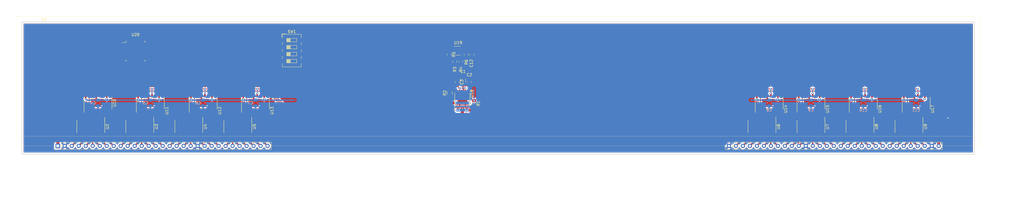
<source format=kicad_pcb>
(kicad_pcb (version 20171130) (host pcbnew 5.0.1)
  (layers (0 F.Cu signal) (31 B.Cu signal) (34 B.Paste user) (35 F.Paste user) (36 B.SilkS user) (37 F.SilkS user) (38 B.Mask user) (39 F.Mask user) (44 Edge.Cuts user))
  (net 0 "")
  (net 1 "Net-(U1-Pad60)")
  (net 2 "Net-(U1-Pad59)")
  (net 3 "Net-(U1-Pad58)")
  (net 4 "Net-(U1-Pad57)")
  (net 5 "Net-(U1-Pad56)")
  (net 6 "Net-(U1-Pad55)")
  (net 7 "Net-(U1-Pad54)")
  (net 8 "Net-(U1-Pad53)")
  (net 9 "Net-(U1-Pad52)")
  (net 10 "Net-(U1-Pad51)")
  (net 11 "Net-(U1-Pad50)")
  (net 12 "Net-(U1-Pad49)")
  (net 13 "Net-(U1-Pad48)")
  (net 14 "Net-(U1-Pad47)")
  (net 15 "Net-(U1-Pad46)")
  (net 16 "Net-(U1-Pad45)")
  (net 17 "Net-(U1-Pad44)")
  (net 18 "Net-(U1-Pad42)")
  (net 19 "Net-(U1-Pad41)")
  (net 20 "Net-(U1-Pad40)")
  (net 21 "Net-(U1-Pad39)")
  (net 22 "Net-(U1-Pad38)")
  (net 23 "Net-(U1-Pad37)")
  (net 24 "Net-(U1-Pad36)")
  (net 25 "Net-(U1-Pad35)")
  (net 26 "Net-(U1-Pad34)")
  (net 27 "Net-(U1-Pad33)")
  (net 28 "Net-(U1-Pad31)")
  (net 29 "Net-(U1-Pad30)")
  (net 30 "Net-(U1-Pad29)")
  (net 31 "Net-(U1-Pad28)")
  (net 32 "Net-(U1-Pad27)")
  (net 33 "Net-(U1-Pad26)")
  (net 34 "Net-(U1-Pad25)")
  (net 35 "Net-(U1-Pad24)")
  (net 36 "Net-(U1-Pad23)")
  (net 37 "Net-(U1-Pad22)")
  (net 38 "Net-(U1-Pad20)")
  (net 39 "Net-(U1-Pad19)")
  (net 40 "Net-(U1-Pad18)")
  (net 41 "Net-(U1-Pad17)")
  (net 42 "Net-(U1-Pad16)")
  (net 43 "Net-(U1-Pad15)")
  (net 44 "Net-(U1-Pad14)")
  (net 45 "Net-(U1-Pad13)")
  (net 46 "Net-(U1-Pad12)")
  (net 47 "Net-(U1-Pad11)")
  (net 48 "Net-(U1-Pad10)")
  (net 49 "Net-(U1-Pad9)")
  (net 50 "Net-(U1-Pad8)")
  (net 51 "Net-(U1-Pad7)")
  (net 52 "Net-(U1-Pad6)")
  (net 53 "Net-(U1-Pad5)")
  (net 54 "Net-(U1-Pad4)")
  (net 55 "Net-(U1-Pad3)")
  (net 56 "Net-(R2-Pad1)")
  (net 57 "Net-(R1-Pad1)")
  (net 58 +3V3)
  (net 59 "Net-(U18-Pad1)")
  (net 60 "Net-(U18-Pad9)")
  (net 61 "Net-(U18-Pad10)")
  (net 62 "Net-(C3-Pad2)")
  (net 63 /Filament_PWR)
  (net 64 "Net-(U18-Pad15)")
  (net 65 "Net-(U18-Pad16)")
  (net 66 GND)
  (net 67 /VFD/Power_Grids_Anodes)
  (net 68 "Net-(U13-Pad7)")
  (net 69 "Net-(U13-Pad6)")
  (net 70 "Net-(U13-Pad5)")
  (net 71 "Net-(U13-Pad4)")
  (net 72 "Net-(U13-Pad9)")
  (net 73 /VFD/SRCLK)
  (net 74 /VFD/RCLK)
  (net 75 "Net-(U12-Pad9)")
  (net 76 "Net-(U11-Pad9)")
  (net 77 "Net-(U10-Pad9)")
  (net 78 /VFD/SPI_Grids_Anodes_A)
  (net 79 /Filament_ADC)
  (net 80 "Net-(C12-Pad2)")
  (net 81 "Net-(R3-Pad1)")
  (net 82 "Net-(U20-Pad1)")
  (net 83 "Net-(U20-Pad2)")
  (net 84 "Net-(U20-Pad3)")
  (net 85 "Net-(U20-Pad4)")
  (net 86 "Net-(U20-Pad5)")
  (net 87 "Net-(U20-Pad6)")
  (net 88 "Net-(U20-Pad7)")
  (net 89 "Net-(U20-Pad10)")
  (net 90 "Net-(U20-Pad11)")
  (net 91 "Net-(U20-Pad12)")
  (net 92 "Net-(U20-Pad13)")
  (net 93 "Net-(U20-Pad14)")
  (net 94 "Net-(U20-Pad15)")
  (net 95 "Net-(U20-Pad16)")
  (net 96 "Net-(U20-Pad17)")
  (net 97 "Net-(U20-Pad18)")
  (net 98 "Net-(U20-Pad19)")
  (net 99 "Net-(U20-Pad20)")
  (net 100 "Net-(U20-Pad21)")
  (net 101 "Net-(U20-Pad22)")
  (net 102 "Net-(U20-Pad24)")
  (net 103 "Net-(U20-Pad25)")
  (net 104 "Net-(U20-Pad26)")
  (net 105 "Net-(U20-Pad27)")
  (net 106 "Net-(U20-Pad28)")
  (net 107 "Net-(U20-Pad29)")
  (net 108 "Net-(U20-Pad30)")
  (net 109 "Net-(U20-Pad31)")
  (net 110 "Net-(U20-Pad32)")
  (net 111 "Net-(U20-Pad33)")
  (net 112 "Net-(U20-Pad34)")
  (net 113 "Net-(U20-Pad36)")
  (net 114 "Net-(U20-Pad37)")
  (net 115 "Net-(U20-Pad38)")
  (net 116 "Net-(U20-Pad39)")
  (net 117 "Net-(U20-Pad40)")
  (net 118 "Net-(U20-Pad41)")
  (net 119 "Net-(U20-Pad42)")
  (net 120 "Net-(U20-Pad43)")
  (net 121 "Net-(U20-Pad44)")
  (net 122 "Net-(U20-Pad45)")
  (net 123 "Net-(U20-Pad46)")
  (net 124 "Net-(U20-Pad48)")
  (net 125 "Net-(SW1-Pad2)")
  (net 126 "Net-(SW1-Pad3)")
  (net 127 "Net-(SW1-Pad4)")
  (net 128 Filament_In_A)
  (net 129 Filament_In_B)
  (net 130 /Logic/Select_Master_Slave)
  (net 131 /VFD/P10)
  (net 132 /VFD/P11)
  (net 133 /VFD/P12)
  (net 134 /VFD/P13)
  (net 135 /VFD/P14)
  (net 136 /VFD/P15)
  (net 137 /VFD/P16)
  (net 138 /VFD/P9)
  (net 139 /VFD/P1)
  (net 140 /VFD/P8)
  (net 141 /VFD/P7)
  (net 142 /VFD/P6)
  (net 143 /VFD/P5)
  (net 144 /VFD/P4)
  (net 145 /VFD/P3)
  (net 146 /VFD/P2)
  (net 147 "Net-(U9-Pad16)")
  (net 148 /VFD/P24)
  (net 149 /VFD/P23)
  (net 150 /VFD/P22)
  (net 151 /VFD/P21)
  (net 152 /VFD/P20)
  (net 153 /VFD/P19)
  (net 154 "Net-(U9-Pad1)")
  (net 155 /VFD/P26)
  (net 156 /VFD/P27)
  (net 157 /VFD/P28)
  (net 158 /VFD/P29)
  (net 159 /VFD/P30)
  (net 160 /VFD/P31)
  (net 161 /VFD/P32)
  (net 162 /VFD/P25)
  (net 163 /VFD/P34)
  (net 164 /VFD/P35)
  (net 165 /VFD/G1)
  (net 166 /VFD/G2)
  (net 167 /VFD/G3)
  (net 168 /VFD/G4)
  (net 169 "Net-(U14-Pad9)")
  (net 170 /VFD/P33)
  (net 171 /VFD/G5)
  (net 172 "Net-(U15-Pad9)")
  (net 173 /VFD/G12)
  (net 174 /VFD/G11)
  (net 175 /VFD/G10)
  (net 176 /VFD/G9)
  (net 177 /VFD/G8)
  (net 178 /VFD/G7)
  (net 179 /VFD/G6)
  (net 180 "Net-(U16-Pad9)")
  (net 181 "Net-(U17-Pad9)")
  (net 182 /VFD/P17)
  (net 183 /VFD/P18)
  (net 184 /VFD/G20)
  (net 185 /VFD/G19)
  (net 186 /VFD/G18)
  (net 187 /VFD/G13)
  (net 188 /VFD/G14)
  (net 189 /VFD/G15)
  (net 190 /VFD/G16)
  (net 191 /VFD/G17)
  (net 192 "Net-(U17-Pad6)")
  (net 193 "Net-(U17-Pad7)")
  (net 194 "Net-(U15-Pad2)")
  (net 195 "Net-(U15-Pad3)")
  (net 196 "Net-(U15-Pad4)")
  (module Package_SO:SOIC-16_3.9x9.9mm_P1.27mm (layer F.Cu) (at 290.8 60 270)
    (fp_text reference U6 (at 0 -6 270) (layer F.SilkS))
    (fp_text value ULN2003)
    (pad 1 smd rect (at -2.7 -4.445 270) (size 1.5 0.6) (layers F.Cu F.Paste F.Mask) (net 168 /VFD/G4))
    (pad 2 smd rect (at -2.7 -3.175 270) (size 1.5 0.6) (layers F.Cu F.Paste F.Mask) (net 171 /VFD/G5))
    (pad 3 smd rect (at -2.7 -1.905 270) (size 1.5 0.6) (layers F.Cu F.Paste F.Mask) (net 179 /VFD/G6))
    (pad 4 smd rect (at -2.7 -0.635 270) (size 1.5 0.6) (layers F.Cu F.Paste F.Mask) (net 178 /VFD/G7))
    (pad 5 smd rect (at -2.7 0.635 270) (size 1.5 0.6) (layers F.Cu F.Paste F.Mask) (net 177 /VFD/G8))
    (pad 6 smd rect (at -2.7 1.905 270) (size 1.5 0.6) (layers F.Cu F.Paste F.Mask) (net 176 /VFD/G9))
    (pad 7 smd rect (at -2.7 3.175 270) (size 1.5 0.6) (layers F.Cu F.Paste F.Mask) (net 175 /VFD/G10))
    (pad 8 smd rect (at -2.7 4.445 270) (size 1.5 0.6) (layers F.Cu F.Paste F.Mask) (net 66 GND))
    (pad 9 smd rect (at 2.7 4.445 270) (size 1.5 0.6) (layers F.Cu F.Paste F.Mask) (net 67 /VFD/Power_Grids_Anodes))
    (pad 10 smd rect (at 2.7 3.175 270) (size 1.5 0.6) (layers F.Cu F.Paste F.Mask) (net 27 "Net-(U1-Pad33)"))
    (pad 11 smd rect (at 2.7 1.905 270) (size 1.5 0.6) (layers F.Cu F.Paste F.Mask) (net 26 "Net-(U1-Pad34)"))
    (pad 12 smd rect (at 2.7 0.635 270) (size 1.5 0.6) (layers F.Cu F.Paste F.Mask) (net 25 "Net-(U1-Pad35)"))
    (pad 13 smd rect (at 2.7 -0.635 270) (size 1.5 0.6) (layers F.Cu F.Paste F.Mask) (net 24 "Net-(U1-Pad36)"))
    (pad 14 smd rect (at 2.7 -1.905 270) (size 1.5 0.6) (layers F.Cu F.Paste F.Mask) (net 23 "Net-(U1-Pad37)"))
    (pad 15 smd rect (at 2.7 -3.175 270) (size 1.5 0.6) (layers F.Cu F.Paste F.Mask) (net 22 "Net-(U1-Pad38)"))
    (pad 16 smd rect (at 2.7 -4.445 270) (size 1.5 0.6) (layers F.Cu F.Paste F.Mask) (net 21 "Net-(U1-Pad39)"))
  )
  (module Package_QFP:LQFP-48_7x7mm_P0.5mm (layer F.Cu) (at 63.2 32.6)
    (fp_text reference U20 (at 0 -6) (layer F.SilkS))
    (fp_text value STM32F302C8Tx)
    (pad 1 smd rect (at -4.35 -2.75) (size 1.3 0.25) (layers F.Cu F.Paste F.Mask) (net 82 "Net-(U20-Pad1)"))
    (pad 2 smd rect (at -4.35 -2.25) (size 1.3 0.25) (layers F.Cu F.Paste F.Mask) (net 83 "Net-(U20-Pad2)"))
    (pad 3 smd rect (at -4.35 -1.75) (size 1.3 0.25) (layers F.Cu F.Paste F.Mask) (net 84 "Net-(U20-Pad3)"))
    (pad 4 smd rect (at -4.35 -1.25) (size 1.3 0.25) (layers F.Cu F.Paste F.Mask) (net 85 "Net-(U20-Pad4)"))
    (pad 5 smd rect (at -4.35 -0.75) (size 1.3 0.25) (layers F.Cu F.Paste F.Mask) (net 86 "Net-(U20-Pad5)"))
    (pad 6 smd rect (at -4.35 -0.25) (size 1.3 0.25) (layers F.Cu F.Paste F.Mask) (net 87 "Net-(U20-Pad6)"))
    (pad 7 smd rect (at -4.35 0.25) (size 1.3 0.25) (layers F.Cu F.Paste F.Mask) (net 88 "Net-(U20-Pad7)"))
    (pad 8 smd rect (at -4.35 0.75) (size 1.3 0.25) (layers F.Cu F.Paste F.Mask) (net 66 GND))
    (pad 9 smd rect (at -4.35 1.25) (size 1.3 0.25) (layers F.Cu F.Paste F.Mask) (net 58 +3V3))
    (pad 10 smd rect (at -4.35 1.75) (size 1.3 0.25) (layers F.Cu F.Paste F.Mask) (net 89 "Net-(U20-Pad10)"))
    (pad 11 smd rect (at -4.35 2.25) (size 1.3 0.25) (layers F.Cu F.Paste F.Mask) (net 90 "Net-(U20-Pad11)"))
    (pad 12 smd rect (at -4.35 2.75) (size 1.3 0.25) (layers F.Cu F.Paste F.Mask) (net 91 "Net-(U20-Pad12)"))
    (pad 13 smd rect (at -2.75 4.35 90) (size 1.3 0.25) (layers F.Cu F.Paste F.Mask) (net 92 "Net-(U20-Pad13)"))
    (pad 14 smd rect (at -2.25 4.35 90) (size 1.3 0.25) (layers F.Cu F.Paste F.Mask) (net 93 "Net-(U20-Pad14)"))
    (pad 15 smd rect (at -1.75 4.35 90) (size 1.3 0.25) (layers F.Cu F.Paste F.Mask) (net 94 "Net-(U20-Pad15)"))
    (pad 16 smd rect (at -1.25 4.35 90) (size 1.3 0.25) (layers F.Cu F.Paste F.Mask) (net 95 "Net-(U20-Pad16)"))
    (pad 17 smd rect (at -0.75 4.35 90) (size 1.3 0.25) (layers F.Cu F.Paste F.Mask) (net 96 "Net-(U20-Pad17)"))
    (pad 18 smd rect (at -0.25 4.35 90) (size 1.3 0.25) (layers F.Cu F.Paste F.Mask) (net 97 "Net-(U20-Pad18)"))
    (pad 19 smd rect (at 0.25 4.35 90) (size 1.3 0.25) (layers F.Cu F.Paste F.Mask) (net 98 "Net-(U20-Pad19)"))
    (pad 20 smd rect (at 0.75 4.35 90) (size 1.3 0.25) (layers F.Cu F.Paste F.Mask) (net 99 "Net-(U20-Pad20)"))
    (pad 21 smd rect (at 1.25 4.35 90) (size 1.3 0.25) (layers F.Cu F.Paste F.Mask) (net 100 "Net-(U20-Pad21)"))
    (pad 22 smd rect (at 1.75 4.35 90) (size 1.3 0.25) (layers F.Cu F.Paste F.Mask) (net 101 "Net-(U20-Pad22)"))
    (pad 23 smd rect (at 2.25 4.35 90) (size 1.3 0.25) (layers F.Cu F.Paste F.Mask) (net 66 GND))
    (pad 24 smd rect (at 2.75 4.35 90) (size 1.3 0.25) (layers F.Cu F.Paste F.Mask) (net 102 "Net-(U20-Pad24)"))
    (pad 25 smd rect (at 4.35 2.75) (size 1.3 0.25) (layers F.Cu F.Paste F.Mask) (net 103 "Net-(U20-Pad25)"))
    (pad 26 smd rect (at 4.35 2.25) (size 1.3 0.25) (layers F.Cu F.Paste F.Mask) (net 104 "Net-(U20-Pad26)"))
    (pad 27 smd rect (at 4.35 1.75) (size 1.3 0.25) (layers F.Cu F.Paste F.Mask) (net 105 "Net-(U20-Pad27)"))
    (pad 28 smd rect (at 4.35 1.25) (size 1.3 0.25) (layers F.Cu F.Paste F.Mask) (net 106 "Net-(U20-Pad28)"))
    (pad 29 smd rect (at 4.35 0.75) (size 1.3 0.25) (layers F.Cu F.Paste F.Mask) (net 107 "Net-(U20-Pad29)"))
    (pad 30 smd rect (at 4.35 0.25) (size 1.3 0.25) (layers F.Cu F.Paste F.Mask) (net 108 "Net-(U20-Pad30)"))
    (pad 31 smd rect (at 4.35 -0.25) (size 1.3 0.25) (layers F.Cu F.Paste F.Mask) (net 109 "Net-(U20-Pad31)"))
    (pad 32 smd rect (at 4.35 -0.75) (size 1.3 0.25) (layers F.Cu F.Paste F.Mask) (net 110 "Net-(U20-Pad32)"))
    (pad 33 smd rect (at 4.35 -1.25) (size 1.3 0.25) (layers F.Cu F.Paste F.Mask) (net 111 "Net-(U20-Pad33)"))
    (pad 34 smd rect (at 4.35 -1.75) (size 1.3 0.25) (layers F.Cu F.Paste F.Mask) (net 112 "Net-(U20-Pad34)"))
    (pad 35 smd rect (at 4.35 -2.25) (size 1.3 0.25) (layers F.Cu F.Paste F.Mask) (net 66 GND))
    (pad 36 smd rect (at 4.35 -2.75) (size 1.3 0.25) (layers F.Cu F.Paste F.Mask) (net 113 "Net-(U20-Pad36)"))
    (pad 37 smd rect (at 2.75 -4.35 90) (size 1.3 0.25) (layers F.Cu F.Paste F.Mask) (net 114 "Net-(U20-Pad37)"))
    (pad 38 smd rect (at 2.25 -4.35 90) (size 1.3 0.25) (layers F.Cu F.Paste F.Mask) (net 115 "Net-(U20-Pad38)"))
    (pad 39 smd rect (at 1.75 -4.35 90) (size 1.3 0.25) (layers F.Cu F.Paste F.Mask) (net 116 "Net-(U20-Pad39)"))
    (pad 40 smd rect (at 1.25 -4.35 90) (size 1.3 0.25) (layers F.Cu F.Paste F.Mask) (net 117 "Net-(U20-Pad40)"))
    (pad 41 smd rect (at 0.75 -4.35 90) (size 1.3 0.25) (layers F.Cu F.Paste F.Mask) (net 118 "Net-(U20-Pad41)"))
    (pad 42 smd rect (at 0.25 -4.35 90) (size 1.3 0.25) (layers F.Cu F.Paste F.Mask) (net 119 "Net-(U20-Pad42)"))
    (pad 43 smd rect (at -0.25 -4.35 90) (size 1.3 0.25) (layers F.Cu F.Paste F.Mask) (net 120 "Net-(U20-Pad43)"))
    (pad 44 smd rect (at -0.75 -4.35 90) (size 1.3 0.25) (layers F.Cu F.Paste F.Mask) (net 121 "Net-(U20-Pad44)"))
    (pad 45 smd rect (at -1.25 -4.35 90) (size 1.3 0.25) (layers F.Cu F.Paste F.Mask) (net 122 "Net-(U20-Pad45)"))
    (pad 46 smd rect (at -1.75 -4.35 90) (size 1.3 0.25) (layers F.Cu F.Paste F.Mask) (net 123 "Net-(U20-Pad46)"))
    (pad 47 smd rect (at -2.25 -4.35 90) (size 1.3 0.25) (layers F.Cu F.Paste F.Mask) (net 66 GND))
    (pad 48 smd rect (at -2.75 -4.35 90) (size 1.3 0.25) (layers F.Cu F.Paste F.Mask) (net 124 "Net-(U20-Pad48)"))
  )
  (module Package_SO:SOIC-16_3.9x9.9mm_P1.27mm (layer F.Cu) (at 49.6 51.4 90)
    (fp_text reference U10 (at 0 6 270) (layer F.SilkS))
    (fp_text value 74HC595)
    (pad 16 smd rect (at 2.7 -4.445 90) (size 1.5 0.6) (layers F.Cu F.Paste F.Mask) (net 58 +3V3))
    (pad 15 smd rect (at 2.7 -3.175 90) (size 1.5 0.6) (layers F.Cu F.Paste F.Mask) (net 139 /VFD/P1))
    (pad 14 smd rect (at 2.7 -1.905 90) (size 1.5 0.6) (layers F.Cu F.Paste F.Mask) (net 78 /VFD/SPI_Grids_Anodes_A))
    (pad 13 smd rect (at 2.7 -0.635 90) (size 1.5 0.6) (layers F.Cu F.Paste F.Mask) (net 66 GND))
    (pad 12 smd rect (at 2.7 0.635 90) (size 1.5 0.6) (layers F.Cu F.Paste F.Mask) (net 74 /VFD/RCLK))
    (pad 11 smd rect (at 2.7 1.905 90) (size 1.5 0.6) (layers F.Cu F.Paste F.Mask) (net 73 /VFD/SRCLK))
    (pad 10 smd rect (at 2.7 3.175 90) (size 1.5 0.6) (layers F.Cu F.Paste F.Mask) (net 58 +3V3))
    (pad 9 smd rect (at 2.7 4.445 90) (size 1.5 0.6) (layers F.Cu F.Paste F.Mask) (net 77 "Net-(U10-Pad9)"))
    (pad 8 smd rect (at -2.7 4.445 90) (size 1.5 0.6) (layers F.Cu F.Paste F.Mask) (net 66 GND))
    (pad 7 smd rect (at -2.7 3.175 90) (size 1.5 0.6) (layers F.Cu F.Paste F.Mask) (net 140 /VFD/P8))
    (pad 6 smd rect (at -2.7 1.905 90) (size 1.5 0.6) (layers F.Cu F.Paste F.Mask) (net 141 /VFD/P7))
    (pad 5 smd rect (at -2.7 0.635 90) (size 1.5 0.6) (layers F.Cu F.Paste F.Mask) (net 142 /VFD/P6))
    (pad 4 smd rect (at -2.7 -0.635 90) (size 1.5 0.6) (layers F.Cu F.Paste F.Mask) (net 143 /VFD/P5))
    (pad 3 smd rect (at -2.7 -1.905 90) (size 1.5 0.6) (layers F.Cu F.Paste F.Mask) (net 144 /VFD/P4))
    (pad 2 smd rect (at -2.7 -3.175 90) (size 1.5 0.6) (layers F.Cu F.Paste F.Mask) (net 145 /VFD/P3))
    (pad 1 smd rect (at -2.7 -4.445 90) (size 1.5 0.6) (layers F.Cu F.Paste F.Mask) (net 146 /VFD/P2))
  )
  (module Package_SO:SOIC-16_3.9x9.9mm_P1.27mm (layer F.Cu) (at 82.6 60 270)
    (fp_text reference U4 (at 0 -6 270) (layer F.SilkS))
    (fp_text value ULN2003)
    (pad 1 smd rect (at -2.7 -4.445 270) (size 1.5 0.6) (layers F.Cu F.Paste F.Mask) (net 186 /VFD/G18))
    (pad 2 smd rect (at -2.7 -3.175 270) (size 1.5 0.6) (layers F.Cu F.Paste F.Mask) (net 185 /VFD/G19))
    (pad 3 smd rect (at -2.7 -1.905 270) (size 1.5 0.6) (layers F.Cu F.Paste F.Mask) (net 184 /VFD/G20))
    (pad 4 smd rect (at -2.7 -0.635 270) (size 1.5 0.6) (layers F.Cu F.Paste F.Mask) (net 183 /VFD/P18))
    (pad 5 smd rect (at -2.7 0.635 270) (size 1.5 0.6) (layers F.Cu F.Paste F.Mask) (net 182 /VFD/P17))
    (pad 6 smd rect (at -2.7 1.905 270) (size 1.5 0.6) (layers F.Cu F.Paste F.Mask) (net 137 /VFD/P16))
    (pad 7 smd rect (at -2.7 3.175 270) (size 1.5 0.6) (layers F.Cu F.Paste F.Mask) (net 136 /VFD/P15))
    (pad 8 smd rect (at -2.7 4.445 270) (size 1.5 0.6) (layers F.Cu F.Paste F.Mask) (net 66 GND))
    (pad 9 smd rect (at 2.7 4.445 270) (size 1.5 0.6) (layers F.Cu F.Paste F.Mask) (net 67 /VFD/Power_Grids_Anodes))
    (pad 10 smd rect (at 2.7 3.175 270) (size 1.5 0.6) (layers F.Cu F.Paste F.Mask) (net 41 "Net-(U1-Pad17)"))
    (pad 11 smd rect (at 2.7 1.905 270) (size 1.5 0.6) (layers F.Cu F.Paste F.Mask) (net 40 "Net-(U1-Pad18)"))
    (pad 12 smd rect (at 2.7 0.635 270) (size 1.5 0.6) (layers F.Cu F.Paste F.Mask) (net 39 "Net-(U1-Pad19)"))
    (pad 13 smd rect (at 2.7 -0.635 270) (size 1.5 0.6) (layers F.Cu F.Paste F.Mask) (net 38 "Net-(U1-Pad20)"))
    (pad 14 smd rect (at 2.7 -1.905 270) (size 1.5 0.6) (layers F.Cu F.Paste F.Mask) (net 37 "Net-(U1-Pad22)"))
    (pad 15 smd rect (at 2.7 -3.175 270) (size 1.5 0.6) (layers F.Cu F.Paste F.Mask) (net 36 "Net-(U1-Pad23)"))
    (pad 16 smd rect (at 2.7 -4.445 270) (size 1.5 0.6) (layers F.Cu F.Paste F.Mask) (net 35 "Net-(U1-Pad24)"))
  )
  (module Package_SO:SOIC-16_3.9x9.9mm_P1.27mm (layer F.Cu) (at 47 60 270)
    (fp_text reference U2 (at 0 -6 270) (layer F.SilkS))
    (fp_text value ULN2003)
    (pad 16 smd rect (at 2.7 -4.445 270) (size 1.5 0.6) (layers F.Cu F.Paste F.Mask) (net 49 "Net-(U1-Pad9)"))
    (pad 15 smd rect (at 2.7 -3.175 270) (size 1.5 0.6) (layers F.Cu F.Paste F.Mask) (net 50 "Net-(U1-Pad8)"))
    (pad 14 smd rect (at 2.7 -1.905 270) (size 1.5 0.6) (layers F.Cu F.Paste F.Mask) (net 51 "Net-(U1-Pad7)"))
    (pad 13 smd rect (at 2.7 -0.635 270) (size 1.5 0.6) (layers F.Cu F.Paste F.Mask) (net 52 "Net-(U1-Pad6)"))
    (pad 12 smd rect (at 2.7 0.635 270) (size 1.5 0.6) (layers F.Cu F.Paste F.Mask) (net 53 "Net-(U1-Pad5)"))
    (pad 11 smd rect (at 2.7 1.905 270) (size 1.5 0.6) (layers F.Cu F.Paste F.Mask) (net 54 "Net-(U1-Pad4)"))
    (pad 10 smd rect (at 2.7 3.175 270) (size 1.5 0.6) (layers F.Cu F.Paste F.Mask) (net 55 "Net-(U1-Pad3)"))
    (pad 9 smd rect (at 2.7 4.445 270) (size 1.5 0.6) (layers F.Cu F.Paste F.Mask) (net 67 /VFD/Power_Grids_Anodes))
    (pad 8 smd rect (at -2.7 4.445 270) (size 1.5 0.6) (layers F.Cu F.Paste F.Mask) (net 66 GND))
    (pad 7 smd rect (at -2.7 3.175 270) (size 1.5 0.6) (layers F.Cu F.Paste F.Mask) (net 139 /VFD/P1))
    (pad 6 smd rect (at -2.7 1.905 270) (size 1.5 0.6) (layers F.Cu F.Paste F.Mask) (net 146 /VFD/P2))
    (pad 5 smd rect (at -2.7 0.635 270) (size 1.5 0.6) (layers F.Cu F.Paste F.Mask) (net 145 /VFD/P3))
    (pad 4 smd rect (at -2.7 -0.635 270) (size 1.5 0.6) (layers F.Cu F.Paste F.Mask) (net 144 /VFD/P4))
    (pad 3 smd rect (at -2.7 -1.905 270) (size 1.5 0.6) (layers F.Cu F.Paste F.Mask) (net 143 /VFD/P5))
    (pad 2 smd rect (at -2.7 -3.175 270) (size 1.5 0.6) (layers F.Cu F.Paste F.Mask) (net 142 /VFD/P6))
    (pad 1 smd rect (at -2.7 -4.445 270) (size 1.5 0.6) (layers F.Cu F.Paste F.Mask) (net 141 /VFD/P7))
  )
  (module Package_SO:SOIC-16_3.9x9.9mm_P1.27mm (layer F.Cu) (at 64.8 60 270)
    (fp_text reference U3 (at 0 -6 270) (layer F.SilkS))
    (fp_text value ULN2003)
    (pad 1 smd rect (at -2.7 -4.445 270) (size 1.5 0.6) (layers F.Cu F.Paste F.Mask) (net 135 /VFD/P14))
    (pad 2 smd rect (at -2.7 -3.175 270) (size 1.5 0.6) (layers F.Cu F.Paste F.Mask) (net 134 /VFD/P13))
    (pad 3 smd rect (at -2.7 -1.905 270) (size 1.5 0.6) (layers F.Cu F.Paste F.Mask) (net 133 /VFD/P12))
    (pad 4 smd rect (at -2.7 -0.635 270) (size 1.5 0.6) (layers F.Cu F.Paste F.Mask) (net 132 /VFD/P11))
    (pad 5 smd rect (at -2.7 0.635 270) (size 1.5 0.6) (layers F.Cu F.Paste F.Mask) (net 131 /VFD/P10))
    (pad 6 smd rect (at -2.7 1.905 270) (size 1.5 0.6) (layers F.Cu F.Paste F.Mask) (net 138 /VFD/P9))
    (pad 7 smd rect (at -2.7 3.175 270) (size 1.5 0.6) (layers F.Cu F.Paste F.Mask) (net 140 /VFD/P8))
    (pad 8 smd rect (at -2.7 4.445 270) (size 1.5 0.6) (layers F.Cu F.Paste F.Mask) (net 66 GND))
    (pad 9 smd rect (at 2.7 4.445 270) (size 1.5 0.6) (layers F.Cu F.Paste F.Mask) (net 67 /VFD/Power_Grids_Anodes))
    (pad 10 smd rect (at 2.7 3.175 270) (size 1.5 0.6) (layers F.Cu F.Paste F.Mask) (net 48 "Net-(U1-Pad10)"))
    (pad 11 smd rect (at 2.7 1.905 270) (size 1.5 0.6) (layers F.Cu F.Paste F.Mask) (net 47 "Net-(U1-Pad11)"))
    (pad 12 smd rect (at 2.7 0.635 270) (size 1.5 0.6) (layers F.Cu F.Paste F.Mask) (net 46 "Net-(U1-Pad12)"))
    (pad 13 smd rect (at 2.7 -0.635 270) (size 1.5 0.6) (layers F.Cu F.Paste F.Mask) (net 45 "Net-(U1-Pad13)"))
    (pad 14 smd rect (at 2.7 -1.905 270) (size 1.5 0.6) (layers F.Cu F.Paste F.Mask) (net 44 "Net-(U1-Pad14)"))
    (pad 15 smd rect (at 2.7 -3.175 270) (size 1.5 0.6) (layers F.Cu F.Paste F.Mask) (net 43 "Net-(U1-Pad15)"))
    (pad 16 smd rect (at 2.7 -4.445 270) (size 1.5 0.6) (layers F.Cu F.Paste F.Mask) (net 42 "Net-(U1-Pad16)"))
  )
  (module Package_SO:SOIC-16_3.9x9.9mm_P1.27mm (layer F.Cu) (at 100.4 60 270)
    (fp_text reference U5 (at 0 -6 270) (layer F.SilkS))
    (fp_text value ULN2003)
    (pad 16 smd rect (at 2.7 -4.445 270) (size 1.5 0.6) (layers F.Cu F.Paste F.Mask) (net 28 "Net-(U1-Pad31)"))
    (pad 15 smd rect (at 2.7 -3.175 270) (size 1.5 0.6) (layers F.Cu F.Paste F.Mask) (net 29 "Net-(U1-Pad30)"))
    (pad 14 smd rect (at 2.7 -1.905 270) (size 1.5 0.6) (layers F.Cu F.Paste F.Mask) (net 30 "Net-(U1-Pad29)"))
    (pad 13 smd rect (at 2.7 -0.635 270) (size 1.5 0.6) (layers F.Cu F.Paste F.Mask) (net 31 "Net-(U1-Pad28)"))
    (pad 12 smd rect (at 2.7 0.635 270) (size 1.5 0.6) (layers F.Cu F.Paste F.Mask) (net 32 "Net-(U1-Pad27)"))
    (pad 11 smd rect (at 2.7 1.905 270) (size 1.5 0.6) (layers F.Cu F.Paste F.Mask) (net 33 "Net-(U1-Pad26)"))
    (pad 10 smd rect (at 2.7 3.175 270) (size 1.5 0.6) (layers F.Cu F.Paste F.Mask) (net 34 "Net-(U1-Pad25)"))
    (pad 9 smd rect (at 2.7 4.445 270) (size 1.5 0.6) (layers F.Cu F.Paste F.Mask) (net 67 /VFD/Power_Grids_Anodes))
    (pad 8 smd rect (at -2.7 4.445 270) (size 1.5 0.6) (layers F.Cu F.Paste F.Mask) (net 66 GND))
    (pad 7 smd rect (at -2.7 3.175 270) (size 1.5 0.6) (layers F.Cu F.Paste F.Mask) (net 191 /VFD/G17))
    (pad 6 smd rect (at -2.7 1.905 270) (size 1.5 0.6) (layers F.Cu F.Paste F.Mask) (net 190 /VFD/G16))
    (pad 5 smd rect (at -2.7 0.635 270) (size 1.5 0.6) (layers F.Cu F.Paste F.Mask) (net 189 /VFD/G15))
    (pad 4 smd rect (at -2.7 -0.635 270) (size 1.5 0.6) (layers F.Cu F.Paste F.Mask) (net 188 /VFD/G14))
    (pad 3 smd rect (at -2.7 -1.905 270) (size 1.5 0.6) (layers F.Cu F.Paste F.Mask) (net 187 /VFD/G13))
    (pad 2 smd rect (at -2.7 -3.175 270) (size 1.5 0.6) (layers F.Cu F.Paste F.Mask) (net 173 /VFD/G12))
    (pad 1 smd rect (at -2.7 -4.445 270) (size 1.5 0.6) (layers F.Cu F.Paste F.Mask) (net 174 /VFD/G11))
  )
  (module Package_SO:SOIC-16_3.9x9.9mm_P1.27mm (layer F.Cu) (at 68.6 51.4 90)
    (fp_text reference U11 (at -2.8 6 90) (layer F.SilkS))
    (fp_text value 74HC595)
    (pad 1 smd rect (at -2.7 -4.445 90) (size 1.5 0.6) (layers F.Cu F.Paste F.Mask) (net 131 /VFD/P10))
    (pad 2 smd rect (at -2.7 -3.175 90) (size 1.5 0.6) (layers F.Cu F.Paste F.Mask) (net 132 /VFD/P11))
    (pad 3 smd rect (at -2.7 -1.905 90) (size 1.5 0.6) (layers F.Cu F.Paste F.Mask) (net 133 /VFD/P12))
    (pad 4 smd rect (at -2.7 -0.635 90) (size 1.5 0.6) (layers F.Cu F.Paste F.Mask) (net 134 /VFD/P13))
    (pad 5 smd rect (at -2.7 0.635 90) (size 1.5 0.6) (layers F.Cu F.Paste F.Mask) (net 135 /VFD/P14))
    (pad 6 smd rect (at -2.7 1.905 90) (size 1.5 0.6) (layers F.Cu F.Paste F.Mask) (net 136 /VFD/P15))
    (pad 7 smd rect (at -2.7 3.175 90) (size 1.5 0.6) (layers F.Cu F.Paste F.Mask) (net 137 /VFD/P16))
    (pad 8 smd rect (at -2.7 4.445 90) (size 1.5 0.6) (layers F.Cu F.Paste F.Mask) (net 66 GND))
    (pad 9 smd rect (at 2.7 4.445 90) (size 1.5 0.6) (layers F.Cu F.Paste F.Mask) (net 76 "Net-(U11-Pad9)"))
    (pad 10 smd rect (at 2.7 3.175 90) (size 1.5 0.6) (layers F.Cu F.Paste F.Mask) (net 58 +3V3))
    (pad 11 smd rect (at 2.7 1.905 90) (size 1.5 0.6) (layers F.Cu F.Paste F.Mask) (net 73 /VFD/SRCLK))
    (pad 12 smd rect (at 2.7 0.635 90) (size 1.5 0.6) (layers F.Cu F.Paste F.Mask) (net 74 /VFD/RCLK))
    (pad 13 smd rect (at 2.7 -0.635 90) (size 1.5 0.6) (layers F.Cu F.Paste F.Mask) (net 66 GND))
    (pad 14 smd rect (at 2.7 -1.905 90) (size 1.5 0.6) (layers F.Cu F.Paste F.Mask) (net 77 "Net-(U10-Pad9)"))
    (pad 15 smd rect (at 2.7 -3.175 90) (size 1.5 0.6) (layers F.Cu F.Paste F.Mask) (net 138 /VFD/P9))
    (pad 16 smd rect (at 2.7 -4.445 90) (size 1.5 0.6) (layers F.Cu F.Paste F.Mask) (net 58 +3V3))
  )
  (module Package_SO:SOIC-16_3.9x9.9mm_P1.27mm (layer F.Cu) (at 87.8 51.4 90)
    (fp_text reference U12 (at -2.8 6 90) (layer F.SilkS))
    (fp_text value 74HC595)
    (pad 16 smd rect (at 2.7 -4.445 90) (size 1.5 0.6) (layers F.Cu F.Paste F.Mask) (net 58 +3V3))
    (pad 15 smd rect (at 2.7 -3.175 90) (size 1.5 0.6) (layers F.Cu F.Paste F.Mask) (net 182 /VFD/P17))
    (pad 14 smd rect (at 2.7 -1.905 90) (size 1.5 0.6) (layers F.Cu F.Paste F.Mask) (net 76 "Net-(U11-Pad9)"))
    (pad 13 smd rect (at 2.7 -0.635 90) (size 1.5 0.6) (layers F.Cu F.Paste F.Mask) (net 66 GND))
    (pad 12 smd rect (at 2.7 0.635 90) (size 1.5 0.6) (layers F.Cu F.Paste F.Mask) (net 74 /VFD/RCLK))
    (pad 11 smd rect (at 2.7 1.905 90) (size 1.5 0.6) (layers F.Cu F.Paste F.Mask) (net 73 /VFD/SRCLK))
    (pad 10 smd rect (at 2.7 3.175 90) (size 1.5 0.6) (layers F.Cu F.Paste F.Mask) (net 58 +3V3))
    (pad 9 smd rect (at 2.7 4.445 90) (size 1.5 0.6) (layers F.Cu F.Paste F.Mask) (net 75 "Net-(U12-Pad9)"))
    (pad 8 smd rect (at -2.7 4.445 90) (size 1.5 0.6) (layers F.Cu F.Paste F.Mask) (net 66 GND))
    (pad 7 smd rect (at -2.7 3.175 90) (size 1.5 0.6) (layers F.Cu F.Paste F.Mask) (net 189 /VFD/G15))
    (pad 6 smd rect (at -2.7 1.905 90) (size 1.5 0.6) (layers F.Cu F.Paste F.Mask) (net 190 /VFD/G16))
    (pad 5 smd rect (at -2.7 0.635 90) (size 1.5 0.6) (layers F.Cu F.Paste F.Mask) (net 191 /VFD/G17))
    (pad 4 smd rect (at -2.7 -0.635 90) (size 1.5 0.6) (layers F.Cu F.Paste F.Mask) (net 186 /VFD/G18))
    (pad 3 smd rect (at -2.7 -1.905 90) (size 1.5 0.6) (layers F.Cu F.Paste F.Mask) (net 185 /VFD/G19))
    (pad 2 smd rect (at -2.7 -3.175 90) (size 1.5 0.6) (layers F.Cu F.Paste F.Mask) (net 184 /VFD/G20))
    (pad 1 smd rect (at -2.7 -4.445 90) (size 1.5 0.6) (layers F.Cu F.Paste F.Mask) (net 183 /VFD/P18))
  )
  (module Capacitor_SMD:C_0805_2012Metric_Pad1.15x1.40mm_HandSolder (layer B.Cu) (at 293.4 51.4 270)
    (fp_text reference C8 (at 2.6 0 180) (layer B.SilkS) (effects (justify mirror)))
    (fp_text value 100n)
    (pad 2 smd roundrect (at 1.025 0 270) (size 1.15 1.4) (layers B.Cu B.Paste B.Mask) (roundrect_rratio 0.217391) (net 66 GND))
    (pad 1 smd roundrect (at -1.025 0 270) (size 1.15 1.4) (layers B.Cu B.Paste B.Mask) (roundrect_rratio 0.217391) (net 58 +3V3))
  )
  (module Package_SO:SOIC-16_3.9x9.9mm_P1.27mm (layer F.Cu) (at 326.4 60 270)
    (fp_text reference U8 (at 0 -6 270) (layer F.SilkS))
    (fp_text value ULN2003)
    (pad 1 smd rect (at -2.7 -4.445 270) (size 1.5 0.6) (layers F.Cu F.Paste F.Mask) (net 162 /VFD/P25))
    (pad 2 smd rect (at -2.7 -3.175 270) (size 1.5 0.6) (layers F.Cu F.Paste F.Mask) (net 155 /VFD/P26))
    (pad 3 smd rect (at -2.7 -1.905 270) (size 1.5 0.6) (layers F.Cu F.Paste F.Mask) (net 156 /VFD/P27))
    (pad 4 smd rect (at -2.7 -0.635 270) (size 1.5 0.6) (layers F.Cu F.Paste F.Mask) (net 157 /VFD/P28))
    (pad 5 smd rect (at -2.7 0.635 270) (size 1.5 0.6) (layers F.Cu F.Paste F.Mask) (net 158 /VFD/P29))
    (pad 6 smd rect (at -2.7 1.905 270) (size 1.5 0.6) (layers F.Cu F.Paste F.Mask) (net 159 /VFD/P30))
    (pad 7 smd rect (at -2.7 3.175 270) (size 1.5 0.6) (layers F.Cu F.Paste F.Mask) (net 160 /VFD/P31))
    (pad 8 smd rect (at -2.7 4.445 270) (size 1.5 0.6) (layers F.Cu F.Paste F.Mask) (net 66 GND))
    (pad 9 smd rect (at 2.7 4.445 270) (size 1.5 0.6) (layers F.Cu F.Paste F.Mask) (net 67 /VFD/Power_Grids_Anodes))
    (pad 10 smd rect (at 2.7 3.175 270) (size 1.5 0.6) (layers F.Cu F.Paste F.Mask) (net 13 "Net-(U1-Pad48)"))
    (pad 11 smd rect (at 2.7 1.905 270) (size 1.5 0.6) (layers F.Cu F.Paste F.Mask) (net 12 "Net-(U1-Pad49)"))
    (pad 12 smd rect (at 2.7 0.635 270) (size 1.5 0.6) (layers F.Cu F.Paste F.Mask) (net 11 "Net-(U1-Pad50)"))
    (pad 13 smd rect (at 2.7 -0.635 270) (size 1.5 0.6) (layers F.Cu F.Paste F.Mask) (net 10 "Net-(U1-Pad51)"))
    (pad 14 smd rect (at 2.7 -1.905 270) (size 1.5 0.6) (layers F.Cu F.Paste F.Mask) (net 9 "Net-(U1-Pad52)"))
    (pad 15 smd rect (at 2.7 -3.175 270) (size 1.5 0.6) (layers F.Cu F.Paste F.Mask) (net 8 "Net-(U1-Pad53)"))
    (pad 16 smd rect (at 2.7 -4.445 270) (size 1.5 0.6) (layers F.Cu F.Paste F.Mask) (net 7 "Net-(U1-Pad54)"))
  )
  (module Package_SO:SOIC-16_3.9x9.9mm_P1.27mm (layer F.Cu) (at 344.2 60 270)
    (fp_text reference U9 (at 0 -6 270) (layer F.SilkS))
    (fp_text value ULN2003)
    (pad 16 smd rect (at 2.7 -4.445 270) (size 1.5 0.6) (layers F.Cu F.Paste F.Mask) (net 147 "Net-(U9-Pad16)"))
    (pad 15 smd rect (at 2.7 -3.175 270) (size 1.5 0.6) (layers F.Cu F.Paste F.Mask) (net 1 "Net-(U1-Pad60)"))
    (pad 14 smd rect (at 2.7 -1.905 270) (size 1.5 0.6) (layers F.Cu F.Paste F.Mask) (net 2 "Net-(U1-Pad59)"))
    (pad 13 smd rect (at 2.7 -0.635 270) (size 1.5 0.6) (layers F.Cu F.Paste F.Mask) (net 3 "Net-(U1-Pad58)"))
    (pad 12 smd rect (at 2.7 0.635 270) (size 1.5 0.6) (layers F.Cu F.Paste F.Mask) (net 4 "Net-(U1-Pad57)"))
    (pad 11 smd rect (at 2.7 1.905 270) (size 1.5 0.6) (layers F.Cu F.Paste F.Mask) (net 5 "Net-(U1-Pad56)"))
    (pad 10 smd rect (at 2.7 3.175 270) (size 1.5 0.6) (layers F.Cu F.Paste F.Mask) (net 6 "Net-(U1-Pad55)"))
    (pad 9 smd rect (at 2.7 4.445 270) (size 1.5 0.6) (layers F.Cu F.Paste F.Mask) (net 67 /VFD/Power_Grids_Anodes))
    (pad 8 smd rect (at -2.7 4.445 270) (size 1.5 0.6) (layers F.Cu F.Paste F.Mask) (net 66 GND))
    (pad 7 smd rect (at -2.7 3.175 270) (size 1.5 0.6) (layers F.Cu F.Paste F.Mask) (net 148 /VFD/P24))
    (pad 6 smd rect (at -2.7 1.905 270) (size 1.5 0.6) (layers F.Cu F.Paste F.Mask) (net 149 /VFD/P23))
    (pad 5 smd rect (at -2.7 0.635 270) (size 1.5 0.6) (layers F.Cu F.Paste F.Mask) (net 150 /VFD/P22))
    (pad 4 smd rect (at -2.7 -0.635 270) (size 1.5 0.6) (layers F.Cu F.Paste F.Mask) (net 151 /VFD/P21))
    (pad 3 smd rect (at -2.7 -1.905 270) (size 1.5 0.6) (layers F.Cu F.Paste F.Mask) (net 152 /VFD/P20))
    (pad 2 smd rect (at -2.7 -3.175 270) (size 1.5 0.6) (layers F.Cu F.Paste F.Mask) (net 153 /VFD/P19))
    (pad 1 smd rect (at -2.7 -4.445 270) (size 1.5 0.6) (layers F.Cu F.Paste F.Mask) (net 154 "Net-(U9-Pad1)"))
  )
  (module Package_SO:SOIC-16_3.9x9.9mm_P1.27mm (layer F.Cu) (at 308.6 51.4 90)
    (fp_text reference U15 (at -2.2 6 90) (layer F.SilkS))
    (fp_text value 74HC595)
    (pad 1 smd rect (at -2.7 -4.445 90) (size 1.5 0.6) (layers F.Cu F.Paste F.Mask) (net 165 /VFD/G1))
    (pad 2 smd rect (at -2.7 -3.175 90) (size 1.5 0.6) (layers F.Cu F.Paste F.Mask) (net 194 "Net-(U15-Pad2)"))
    (pad 3 smd rect (at -2.7 -1.905 90) (size 1.5 0.6) (layers F.Cu F.Paste F.Mask) (net 195 "Net-(U15-Pad3)"))
    (pad 4 smd rect (at -2.7 -0.635 90) (size 1.5 0.6) (layers F.Cu F.Paste F.Mask) (net 196 "Net-(U15-Pad4)"))
    (pad 5 smd rect (at -2.7 0.635 90) (size 1.5 0.6) (layers F.Cu F.Paste F.Mask) (net 164 /VFD/P35))
    (pad 6 smd rect (at -2.7 1.905 90) (size 1.5 0.6) (layers F.Cu F.Paste F.Mask) (net 163 /VFD/P34))
    (pad 7 smd rect (at -2.7 3.175 90) (size 1.5 0.6) (layers F.Cu F.Paste F.Mask) (net 170 /VFD/P33))
    (pad 8 smd rect (at -2.7 4.445 90) (size 1.5 0.6) (layers F.Cu F.Paste F.Mask) (net 66 GND))
    (pad 9 smd rect (at 2.7 4.445 90) (size 1.5 0.6) (layers F.Cu F.Paste F.Mask) (net 172 "Net-(U15-Pad9)"))
    (pad 10 smd rect (at 2.7 3.175 90) (size 1.5 0.6) (layers F.Cu F.Paste F.Mask) (net 58 +3V3))
    (pad 11 smd rect (at 2.7 1.905 90) (size 1.5 0.6) (layers F.Cu F.Paste F.Mask) (net 73 /VFD/SRCLK))
    (pad 12 smd rect (at 2.7 0.635 90) (size 1.5 0.6) (layers F.Cu F.Paste F.Mask) (net 74 /VFD/RCLK))
    (pad 13 smd rect (at 2.7 -0.635 90) (size 1.5 0.6) (layers F.Cu F.Paste F.Mask) (net 66 GND))
    (pad 14 smd rect (at 2.7 -1.905 90) (size 1.5 0.6) (layers F.Cu F.Paste F.Mask) (net 169 "Net-(U14-Pad9)"))
    (pad 15 smd rect (at 2.7 -3.175 90) (size 1.5 0.6) (layers F.Cu F.Paste F.Mask) (net 166 /VFD/G2))
    (pad 16 smd rect (at 2.7 -4.445 90) (size 1.5 0.6) (layers F.Cu F.Paste F.Mask) (net 58 +3V3))
  )
  (module Package_SO:SOIC-16_3.9x9.9mm_P1.27mm (layer F.Cu) (at 346.8 51.4 90)
    (fp_text reference U17 (at -2.2 6 90) (layer F.SilkS))
    (fp_text value 74HC595)
    (pad 1 smd rect (at -2.7 -4.445 90) (size 1.5 0.6) (layers F.Cu F.Paste F.Mask) (net 149 /VFD/P23))
    (pad 2 smd rect (at -2.7 -3.175 90) (size 1.5 0.6) (layers F.Cu F.Paste F.Mask) (net 150 /VFD/P22))
    (pad 3 smd rect (at -2.7 -1.905 90) (size 1.5 0.6) (layers F.Cu F.Paste F.Mask) (net 151 /VFD/P21))
    (pad 4 smd rect (at -2.7 -0.635 90) (size 1.5 0.6) (layers F.Cu F.Paste F.Mask) (net 152 /VFD/P20))
    (pad 5 smd rect (at -2.7 0.635 90) (size 1.5 0.6) (layers F.Cu F.Paste F.Mask) (net 153 /VFD/P19))
    (pad 6 smd rect (at -2.7 1.905 90) (size 1.5 0.6) (layers F.Cu F.Paste F.Mask) (net 192 "Net-(U17-Pad6)"))
    (pad 7 smd rect (at -2.7 3.175 90) (size 1.5 0.6) (layers F.Cu F.Paste F.Mask) (net 193 "Net-(U17-Pad7)"))
    (pad 8 smd rect (at -2.7 4.445 90) (size 1.5 0.6) (layers F.Cu F.Paste F.Mask) (net 66 GND))
    (pad 9 smd rect (at 2.7 4.445 90) (size 1.5 0.6) (layers F.Cu F.Paste F.Mask) (net 181 "Net-(U17-Pad9)"))
    (pad 10 smd rect (at 2.7 3.175 90) (size 1.5 0.6) (layers F.Cu F.Paste F.Mask) (net 58 +3V3))
    (pad 11 smd rect (at 2.7 1.905 90) (size 1.5 0.6) (layers F.Cu F.Paste F.Mask) (net 73 /VFD/SRCLK))
    (pad 12 smd rect (at 2.7 0.635 90) (size 1.5 0.6) (layers F.Cu F.Paste F.Mask) (net 74 /VFD/RCLK))
    (pad 13 smd rect (at 2.7 -0.635 90) (size 1.5 0.6) (layers F.Cu F.Paste F.Mask) (net 66 GND))
    (pad 14 smd rect (at 2.7 -1.905 90) (size 1.5 0.6) (layers F.Cu F.Paste F.Mask) (net 180 "Net-(U16-Pad9)"))
    (pad 15 smd rect (at 2.7 -3.175 90) (size 1.5 0.6) (layers F.Cu F.Paste F.Mask) (net 148 /VFD/P24))
    (pad 16 smd rect (at 2.7 -4.445 90) (size 1.5 0.6) (layers F.Cu F.Paste F.Mask) (net 58 +3V3))
  )
  (module Package_SO:SOIC-16_3.9x9.9mm_P1.27mm (layer F.Cu) (at 308.6 60 270)
    (fp_text reference U7 (at 0 -6 270) (layer F.SilkS))
    (fp_text value ULN2003)
    (pad 16 smd rect (at 2.7 -4.445 270) (size 1.5 0.6) (layers F.Cu F.Paste F.Mask) (net 14 "Net-(U1-Pad47)"))
    (pad 15 smd rect (at 2.7 -3.175 270) (size 1.5 0.6) (layers F.Cu F.Paste F.Mask) (net 15 "Net-(U1-Pad46)"))
    (pad 14 smd rect (at 2.7 -1.905 270) (size 1.5 0.6) (layers F.Cu F.Paste F.Mask) (net 16 "Net-(U1-Pad45)"))
    (pad 13 smd rect (at 2.7 -0.635 270) (size 1.5 0.6) (layers F.Cu F.Paste F.Mask) (net 17 "Net-(U1-Pad44)"))
    (pad 12 smd rect (at 2.7 0.635 270) (size 1.5 0.6) (layers F.Cu F.Paste F.Mask) (net 18 "Net-(U1-Pad42)"))
    (pad 11 smd rect (at 2.7 1.905 270) (size 1.5 0.6) (layers F.Cu F.Paste F.Mask) (net 19 "Net-(U1-Pad41)"))
    (pad 10 smd rect (at 2.7 3.175 270) (size 1.5 0.6) (layers F.Cu F.Paste F.Mask) (net 20 "Net-(U1-Pad40)"))
    (pad 9 smd rect (at 2.7 4.445 270) (size 1.5 0.6) (layers F.Cu F.Paste F.Mask) (net 67 /VFD/Power_Grids_Anodes))
    (pad 8 smd rect (at -2.7 4.445 270) (size 1.5 0.6) (layers F.Cu F.Paste F.Mask) (net 66 GND))
    (pad 7 smd rect (at -2.7 3.175 270) (size 1.5 0.6) (layers F.Cu F.Paste F.Mask) (net 167 /VFD/G3))
    (pad 6 smd rect (at -2.7 1.905 270) (size 1.5 0.6) (layers F.Cu F.Paste F.Mask) (net 166 /VFD/G2))
    (pad 5 smd rect (at -2.7 0.635 270) (size 1.5 0.6) (layers F.Cu F.Paste F.Mask) (net 165 /VFD/G1))
    (pad 4 smd rect (at -2.7 -0.635 270) (size 1.5 0.6) (layers F.Cu F.Paste F.Mask) (net 164 /VFD/P35))
    (pad 3 smd rect (at -2.7 -1.905 270) (size 1.5 0.6) (layers F.Cu F.Paste F.Mask) (net 163 /VFD/P34))
    (pad 2 smd rect (at -2.7 -3.175 270) (size 1.5 0.6) (layers F.Cu F.Paste F.Mask) (net 170 /VFD/P33))
    (pad 1 smd rect (at -2.7 -4.445 270) (size 1.5 0.6) (layers F.Cu F.Paste F.Mask) (net 161 /VFD/P32))
  )
  (module Capacitor_SMD:C_0805_2012Metric_Pad1.15x1.40mm_HandSolder (layer B.Cu) (at 327.6 51.4 270)
    (fp_text reference C10 (at 2.625 0 180) (layer B.SilkS) (effects (justify mirror)))
    (fp_text value 100n)
    (pad 2 smd roundrect (at 1.025 0 270) (size 1.15 1.4) (layers B.Cu B.Paste B.Mask) (roundrect_rratio 0.217391) (net 66 GND))
    (pad 1 smd roundrect (at -1.025 0 270) (size 1.15 1.4) (layers B.Cu B.Paste B.Mask) (roundrect_rratio 0.217391) (net 58 +3V3))
  )
  (module Capacitor_SMD:C_0805_2012Metric_Pad1.15x1.40mm_HandSolder (layer B.Cu) (at 346.8 51.4 270)
    (fp_text reference C11 (at 2.625 0 180) (layer B.SilkS) (effects (justify mirror)))
    (fp_text value 100n)
    (pad 2 smd roundrect (at 1.025 0 270) (size 1.15 1.4) (layers B.Cu B.Paste B.Mask) (roundrect_rratio 0.217391) (net 66 GND))
    (pad 1 smd roundrect (at -1.025 0 270) (size 1.15 1.4) (layers B.Cu B.Paste B.Mask) (roundrect_rratio 0.217391) (net 58 +3V3))
  )
  (module Package_SO:SOIC-16_3.9x9.9mm_P1.27mm (layer F.Cu) (at 327.6 51.4 90)
    (fp_text reference U16 (at -2.2 6 90) (layer F.SilkS))
    (fp_text value 74HC595)
    (pad 16 smd rect (at 2.7 -4.445 90) (size 1.5 0.6) (layers F.Cu F.Paste F.Mask) (net 58 +3V3))
    (pad 15 smd rect (at 2.7 -3.175 90) (size 1.5 0.6) (layers F.Cu F.Paste F.Mask) (net 161 /VFD/P32))
    (pad 14 smd rect (at 2.7 -1.905 90) (size 1.5 0.6) (layers F.Cu F.Paste F.Mask) (net 172 "Net-(U15-Pad9)"))
    (pad 13 smd rect (at 2.7 -0.635 90) (size 1.5 0.6) (layers F.Cu F.Paste F.Mask) (net 66 GND))
    (pad 12 smd rect (at 2.7 0.635 90) (size 1.5 0.6) (layers F.Cu F.Paste F.Mask) (net 74 /VFD/RCLK))
    (pad 11 smd rect (at 2.7 1.905 90) (size 1.5 0.6) (layers F.Cu F.Paste F.Mask) (net 73 /VFD/SRCLK))
    (pad 10 smd rect (at 2.7 3.175 90) (size 1.5 0.6) (layers F.Cu F.Paste F.Mask) (net 58 +3V3))
    (pad 9 smd rect (at 2.7 4.445 90) (size 1.5 0.6) (layers F.Cu F.Paste F.Mask) (net 180 "Net-(U16-Pad9)"))
    (pad 8 smd rect (at -2.7 4.445 90) (size 1.5 0.6) (layers F.Cu F.Paste F.Mask) (net 66 GND))
    (pad 7 smd rect (at -2.7 3.175 90) (size 1.5 0.6) (layers F.Cu F.Paste F.Mask) (net 162 /VFD/P25))
    (pad 6 smd rect (at -2.7 1.905 90) (size 1.5 0.6) (layers F.Cu F.Paste F.Mask) (net 155 /VFD/P26))
    (pad 5 smd rect (at -2.7 0.635 90) (size 1.5 0.6) (layers F.Cu F.Paste F.Mask) (net 156 /VFD/P27))
    (pad 4 smd rect (at -2.7 -0.635 90) (size 1.5 0.6) (layers F.Cu F.Paste F.Mask) (net 157 /VFD/P28))
    (pad 3 smd rect (at -2.7 -1.905 90) (size 1.5 0.6) (layers F.Cu F.Paste F.Mask) (net 158 /VFD/P29))
    (pad 2 smd rect (at -2.7 -3.175 90) (size 1.5 0.6) (layers F.Cu F.Paste F.Mask) (net 159 /VFD/P30))
    (pad 1 smd rect (at -2.7 -4.445 90) (size 1.5 0.6) (layers F.Cu F.Paste F.Mask) (net 160 /VFD/P31))
  )
  (module Capacitor_SMD:C_0805_2012Metric_Pad1.15x1.40mm_HandSolder (layer B.Cu) (at 308.6 51.4 270)
    (fp_text reference C9 (at 2.6 0 180) (layer B.SilkS) (effects (justify mirror)))
    (fp_text value 100n)
    (pad 1 smd roundrect (at -1.025 0 270) (size 1.15 1.4) (layers B.Cu B.Paste B.Mask) (roundrect_rratio 0.217391) (net 58 +3V3))
    (pad 2 smd roundrect (at 1.025 0 270) (size 1.15 1.4) (layers B.Cu B.Paste B.Mask) (roundrect_rratio 0.217391) (net 66 GND))
  )
  (module Package_SO:SOIC-16_3.9x9.9mm_P1.27mm (layer F.Cu) (at 293.4 51.4 90)
    (fp_text reference U14 (at -2.2 6 90) (layer F.SilkS))
    (fp_text value 74HC595)
    (pad 16 smd rect (at 2.7 -4.445 90) (size 1.5 0.6) (layers F.Cu F.Paste F.Mask) (net 58 +3V3))
    (pad 15 smd rect (at 2.7 -3.175 90) (size 1.5 0.6) (layers F.Cu F.Paste F.Mask) (net 175 /VFD/G10))
    (pad 14 smd rect (at 2.7 -1.905 90) (size 1.5 0.6) (layers F.Cu F.Paste F.Mask) (net 72 "Net-(U13-Pad9)"))
    (pad 13 smd rect (at 2.7 -0.635 90) (size 1.5 0.6) (layers F.Cu F.Paste F.Mask) (net 66 GND))
    (pad 12 smd rect (at 2.7 0.635 90) (size 1.5 0.6) (layers F.Cu F.Paste F.Mask) (net 74 /VFD/RCLK))
    (pad 11 smd rect (at 2.7 1.905 90) (size 1.5 0.6) (layers F.Cu F.Paste F.Mask) (net 73 /VFD/SRCLK))
    (pad 10 smd rect (at 2.7 3.175 90) (size 1.5 0.6) (layers F.Cu F.Paste F.Mask) (net 58 +3V3))
    (pad 9 smd rect (at 2.7 4.445 90) (size 1.5 0.6) (layers F.Cu F.Paste F.Mask) (net 169 "Net-(U14-Pad9)"))
    (pad 8 smd rect (at -2.7 4.445 90) (size 1.5 0.6) (layers F.Cu F.Paste F.Mask) (net 66 GND))
    (pad 7 smd rect (at -2.7 3.175 90) (size 1.5 0.6) (layers F.Cu F.Paste F.Mask) (net 167 /VFD/G3))
    (pad 6 smd rect (at -2.7 1.905 90) (size 1.5 0.6) (layers F.Cu F.Paste F.Mask) (net 168 /VFD/G4))
    (pad 5 smd rect (at -2.7 0.635 90) (size 1.5 0.6) (layers F.Cu F.Paste F.Mask) (net 171 /VFD/G5))
    (pad 4 smd rect (at -2.7 -0.635 90) (size 1.5 0.6) (layers F.Cu F.Paste F.Mask) (net 179 /VFD/G6))
    (pad 3 smd rect (at -2.7 -1.905 90) (size 1.5 0.6) (layers F.Cu F.Paste F.Mask) (net 178 /VFD/G7))
    (pad 2 smd rect (at -2.7 -3.175 90) (size 1.5 0.6) (layers F.Cu F.Paste F.Mask) (net 177 /VFD/G8))
    (pad 1 smd rect (at -2.7 -4.445 90) (size 1.5 0.6) (layers F.Cu F.Paste F.Mask) (net 176 /VFD/G9))
  )
  (module Capacitor_SMD:C_0805_2012Metric_Pad1.15x1.40mm_HandSolder (layer B.Cu) (at 68.6 51.4 270)
    (fp_text reference C5 (at 0 1.8 180) (layer B.SilkS) (effects (justify mirror)))
    (fp_text value 100n)
    (pad 2 smd roundrect (at 1.025 0 270) (size 1.15 1.4) (layers B.Cu B.Paste B.Mask) (roundrect_rratio 0.217391) (net 66 GND))
    (pad 1 smd roundrect (at -1.025 0 270) (size 1.15 1.4) (layers B.Cu B.Paste B.Mask) (roundrect_rratio 0.217391) (net 58 +3V3))
  )
  (module Capacitor_SMD:C_0805_2012Metric_Pad1.15x1.40mm_HandSolder (layer B.Cu) (at 87.8 51.4 270)
    (fp_text reference C6 (at 0 1.8 180) (layer B.SilkS) (effects (justify mirror)))
    (fp_text value 100n)
    (pad 2 smd roundrect (at 1.025 0 270) (size 1.15 1.4) (layers B.Cu B.Paste B.Mask) (roundrect_rratio 0.217391) (net 66 GND))
    (pad 1 smd roundrect (at -1.025 0 270) (size 1.15 1.4) (layers B.Cu B.Paste B.Mask) (roundrect_rratio 0.217391) (net 58 +3V3))
  )
  (module Package_SO:SOIC-16_3.9x9.9mm_P1.27mm (layer F.Cu) (at 106.8 51.4 90)
    (fp_text reference U13 (at -2.8 6 90) (layer F.SilkS))
    (fp_text value 74HC595)
    (pad 1 smd rect (at -2.7 -4.445 90) (size 1.5 0.6) (layers F.Cu F.Paste F.Mask) (net 187 /VFD/G13))
    (pad 2 smd rect (at -2.7 -3.175 90) (size 1.5 0.6) (layers F.Cu F.Paste F.Mask) (net 173 /VFD/G12))
    (pad 3 smd rect (at -2.7 -1.905 90) (size 1.5 0.6) (layers F.Cu F.Paste F.Mask) (net 174 /VFD/G11))
    (pad 4 smd rect (at -2.7 -0.635 90) (size 1.5 0.6) (layers F.Cu F.Paste F.Mask) (net 71 "Net-(U13-Pad4)"))
    (pad 5 smd rect (at -2.7 0.635 90) (size 1.5 0.6) (layers F.Cu F.Paste F.Mask) (net 70 "Net-(U13-Pad5)"))
    (pad 6 smd rect (at -2.7 1.905 90) (size 1.5 0.6) (layers F.Cu F.Paste F.Mask) (net 69 "Net-(U13-Pad6)"))
    (pad 7 smd rect (at -2.7 3.175 90) (size 1.5 0.6) (layers F.Cu F.Paste F.Mask) (net 68 "Net-(U13-Pad7)"))
    (pad 8 smd rect (at -2.7 4.445 90) (size 1.5 0.6) (layers F.Cu F.Paste F.Mask) (net 66 GND))
    (pad 9 smd rect (at 2.7 4.445 90) (size 1.5 0.6) (layers F.Cu F.Paste F.Mask) (net 72 "Net-(U13-Pad9)"))
    (pad 10 smd rect (at 2.7 3.175 90) (size 1.5 0.6) (layers F.Cu F.Paste F.Mask) (net 58 +3V3))
    (pad 11 smd rect (at 2.7 1.905 90) (size 1.5 0.6) (layers F.Cu F.Paste F.Mask) (net 73 /VFD/SRCLK))
    (pad 12 smd rect (at 2.7 0.635 90) (size 1.5 0.6) (layers F.Cu F.Paste F.Mask) (net 74 /VFD/RCLK))
    (pad 13 smd rect (at 2.7 -0.635 90) (size 1.5 0.6) (layers F.Cu F.Paste F.Mask) (net 66 GND))
    (pad 14 smd rect (at 2.7 -1.905 90) (size 1.5 0.6) (layers F.Cu F.Paste F.Mask) (net 75 "Net-(U12-Pad9)"))
    (pad 15 smd rect (at 2.7 -3.175 90) (size 1.5 0.6) (layers F.Cu F.Paste F.Mask) (net 188 /VFD/G14))
    (pad 16 smd rect (at 2.7 -4.445 90) (size 1.5 0.6) (layers F.Cu F.Paste F.Mask) (net 58 +3V3))
  )
  (module Capacitor_SMD:C_0805_2012Metric_Pad1.15x1.40mm_HandSolder (layer B.Cu) (at 49.6 51.4 270)
    (fp_text reference C4 (at 0 1.8 180) (layer B.SilkS) (effects (justify mirror)))
    (fp_text value 100n)
    (pad 2 smd roundrect (at 1.025 0 270) (size 1.15 1.4) (layers B.Cu B.Paste B.Mask) (roundrect_rratio 0.217391) (net 66 GND))
    (pad 1 smd roundrect (at -1.025 0 270) (size 1.15 1.4) (layers B.Cu B.Paste B.Mask) (roundrect_rratio 0.217391) (net 58 +3V3))
  )
  (module Capacitor_SMD:C_0805_2012Metric_Pad1.15x1.40mm_HandSolder (layer B.Cu) (at 106.8 51.4 270)
    (fp_text reference C7 (at 0 1.8 180) (layer B.SilkS) (effects (justify mirror)))
    (fp_text value 100n)
    (pad 1 smd roundrect (at -1.025 0 270) (size 1.15 1.4) (layers B.Cu B.Paste B.Mask) (roundrect_rratio 0.217391) (net 58 +3V3))
    (pad 2 smd roundrect (at 1.025 0 270) (size 1.15 1.4) (layers B.Cu B.Paste B.Mask) (roundrect_rratio 0.217391) (net 66 GND))
  )
  (module itron_vacuum_fluorescent_display:DC201LA (layer F.Cu) (at 20 20)
    (fp_text reference U1 (at 10.1 1) (layer F.SilkS))
    (fp_text value DC201LA)
    (pad 62 thru_hole circle (at 335 47) (size 1.524 1.524) (drill 0.762) (layers *.Cu *.Mask) (net 128 Filament_In_A))
    (pad 61 thru_hole circle (at 332.46 47) (size 1.524 1.524) (drill 0.762) (layers *.Cu *.Mask) (net 66 GND))
    (pad 60 thru_hole circle (at 329.92 47) (size 1.524 1.524) (drill 0.762) (layers *.Cu *.Mask) (net 1 "Net-(U1-Pad60)"))
    (pad 59 thru_hole circle (at 327.38 47) (size 1.524 1.524) (drill 0.762) (layers *.Cu *.Mask) (net 2 "Net-(U1-Pad59)"))
    (pad 58 thru_hole circle (at 324.84 47) (size 1.524 1.524) (drill 0.762) (layers *.Cu *.Mask) (net 3 "Net-(U1-Pad58)"))
    (pad 57 thru_hole circle (at 322.3 47) (size 1.524 1.524) (drill 0.762) (layers *.Cu *.Mask) (net 4 "Net-(U1-Pad57)"))
    (pad 56 thru_hole circle (at 319.76 47) (size 1.524 1.524) (drill 0.762) (layers *.Cu *.Mask) (net 5 "Net-(U1-Pad56)"))
    (pad 55 thru_hole circle (at 317.22 47) (size 1.524 1.524) (drill 0.762) (layers *.Cu *.Mask) (net 6 "Net-(U1-Pad55)"))
    (pad 54 thru_hole circle (at 314.68 47) (size 1.524 1.524) (drill 0.762) (layers *.Cu *.Mask) (net 7 "Net-(U1-Pad54)"))
    (pad 53 thru_hole circle (at 312.14 47) (size 1.524 1.524) (drill 0.762) (layers *.Cu *.Mask) (net 8 "Net-(U1-Pad53)"))
    (pad 52 thru_hole circle (at 309.6 47) (size 1.524 1.524) (drill 0.762) (layers *.Cu *.Mask) (net 9 "Net-(U1-Pad52)"))
    (pad 51 thru_hole circle (at 307.06 47) (size 1.524 1.524) (drill 0.762) (layers *.Cu *.Mask) (net 10 "Net-(U1-Pad51)"))
    (pad 50 thru_hole circle (at 304.52 47) (size 1.524 1.524) (drill 0.762) (layers *.Cu *.Mask) (net 11 "Net-(U1-Pad50)"))
    (pad 49 thru_hole circle (at 301.98 47) (size 1.524 1.524) (drill 0.762) (layers *.Cu *.Mask) (net 12 "Net-(U1-Pad49)"))
    (pad 48 thru_hole circle (at 299.44 47) (size 1.524 1.524) (drill 0.762) (layers *.Cu *.Mask) (net 13 "Net-(U1-Pad48)"))
    (pad 47 thru_hole circle (at 296.9 47) (size 1.524 1.524) (drill 0.762) (layers *.Cu *.Mask) (net 14 "Net-(U1-Pad47)"))
    (pad 46 thru_hole circle (at 294.36 47) (size 1.524 1.524) (drill 0.762) (layers *.Cu *.Mask) (net 15 "Net-(U1-Pad46)"))
    (pad 45 thru_hole circle (at 291.82 47) (size 1.524 1.524) (drill 0.762) (layers *.Cu *.Mask) (net 16 "Net-(U1-Pad45)"))
    (pad 44 thru_hole circle (at 289.28 47) (size 1.524 1.524) (drill 0.762) (layers *.Cu *.Mask) (net 17 "Net-(U1-Pad44)"))
    (pad 43 thru_hole circle (at 286.74 47) (size 1.524 1.524) (drill 0.762) (layers *.Cu *.Mask) (net 66 GND))
    (pad 42 thru_hole circle (at 284.2 47) (size 1.524 1.524) (drill 0.762) (layers *.Cu *.Mask) (net 18 "Net-(U1-Pad42)"))
    (pad 41 thru_hole circle (at 281.66 47) (size 1.524 1.524) (drill 0.762) (layers *.Cu *.Mask) (net 19 "Net-(U1-Pad41)"))
    (pad 40 thru_hole circle (at 279.12 47) (size 1.524 1.524) (drill 0.762) (layers *.Cu *.Mask) (net 20 "Net-(U1-Pad40)"))
    (pad 39 thru_hole circle (at 276.58 47) (size 1.524 1.524) (drill 0.762) (layers *.Cu *.Mask) (net 21 "Net-(U1-Pad39)"))
    (pad 38 thru_hole circle (at 274.04 47) (size 1.524 1.524) (drill 0.762) (layers *.Cu *.Mask) (net 22 "Net-(U1-Pad38)"))
    (pad 37 thru_hole circle (at 271.5 47) (size 1.524 1.524) (drill 0.762) (layers *.Cu *.Mask) (net 23 "Net-(U1-Pad37)"))
    (pad 36 thru_hole circle (at 268.96 47) (size 1.524 1.524) (drill 0.762) (layers *.Cu *.Mask) (net 24 "Net-(U1-Pad36)"))
    (pad 35 thru_hole circle (at 266.42 47) (size 1.524 1.524) (drill 0.762) (layers *.Cu *.Mask) (net 25 "Net-(U1-Pad35)"))
    (pad 34 thru_hole circle (at 263.88 47) (size 1.524 1.524) (drill 0.762) (layers *.Cu *.Mask) (net 26 "Net-(U1-Pad34)"))
    (pad 33 thru_hole circle (at 261.34 47) (size 1.524 1.524) (drill 0.762) (layers *.Cu *.Mask) (net 27 "Net-(U1-Pad33)"))
    (pad 32 thru_hole circle (at 258.8 47) (size 1.524 1.524) (drill 0.762) (layers *.Cu *.Mask) (net 66 GND))
    (pad 31 thru_hole circle (at 91.2 47) (size 1.524 1.524) (drill 0.762) (layers *.Cu *.Mask) (net 28 "Net-(U1-Pad31)"))
    (pad 30 thru_hole circle (at 88.66 47) (size 1.524 1.524) (drill 0.762) (layers *.Cu *.Mask) (net 29 "Net-(U1-Pad30)"))
    (pad 29 thru_hole circle (at 86.12 47) (size 1.524 1.524) (drill 0.762) (layers *.Cu *.Mask) (net 30 "Net-(U1-Pad29)"))
    (pad 28 thru_hole circle (at 83.58 47) (size 1.524 1.524) (drill 0.762) (layers *.Cu *.Mask) (net 31 "Net-(U1-Pad28)"))
    (pad 27 thru_hole circle (at 81.04 47) (size 1.524 1.524) (drill 0.762) (layers *.Cu *.Mask) (net 32 "Net-(U1-Pad27)"))
    (pad 26 thru_hole circle (at 78.5 47) (size 1.524 1.524) (drill 0.762) (layers *.Cu *.Mask) (net 33 "Net-(U1-Pad26)"))
    (pad 25 thru_hole circle (at 75.96 47) (size 1.524 1.524) (drill 0.762) (layers *.Cu *.Mask) (net 34 "Net-(U1-Pad25)"))
    (pad 24 thru_hole circle (at 73.42 47) (size 1.524 1.524) (drill 0.762) (layers *.Cu *.Mask) (net 35 "Net-(U1-Pad24)"))
    (pad 23 thru_hole circle (at 70.88 47) (size 1.524 1.524) (drill 0.762) (layers *.Cu *.Mask) (net 36 "Net-(U1-Pad23)"))
    (pad 22 thru_hole circle (at 68.34 47) (size 1.524 1.524) (drill 0.762) (layers *.Cu *.Mask) (net 37 "Net-(U1-Pad22)"))
    (pad 21 thru_hole circle (at 65.8 47) (size 1.524 1.524) (drill 0.762) (layers *.Cu *.Mask) (net 66 GND))
    (pad 20 thru_hole circle (at 63.26 47) (size 1.524 1.524) (drill 0.762) (layers *.Cu *.Mask) (net 38 "Net-(U1-Pad20)"))
    (pad 19 thru_hole circle (at 60.72 47) (size 1.524 1.524) (drill 0.762) (layers *.Cu *.Mask) (net 39 "Net-(U1-Pad19)"))
    (pad 18 thru_hole circle (at 58.18 47) (size 1.524 1.524) (drill 0.762) (layers *.Cu *.Mask) (net 40 "Net-(U1-Pad18)"))
    (pad 17 thru_hole circle (at 55.64 47) (size 1.524 1.524) (drill 0.762) (layers *.Cu *.Mask) (net 41 "Net-(U1-Pad17)"))
    (pad 16 thru_hole circle (at 53.1 47) (size 1.524 1.524) (drill 0.762) (layers *.Cu *.Mask) (net 42 "Net-(U1-Pad16)"))
    (pad 15 thru_hole circle (at 50.56 47) (size 1.524 1.524) (drill 0.762) (layers *.Cu *.Mask) (net 43 "Net-(U1-Pad15)"))
    (pad 14 thru_hole circle (at 48.02 47) (size 1.524 1.524) (drill 0.762) (layers *.Cu *.Mask) (net 44 "Net-(U1-Pad14)"))
    (pad 13 thru_hole circle (at 45.48 47) (size 1.524 1.524) (drill 0.762) (layers *.Cu *.Mask) (net 45 "Net-(U1-Pad13)"))
    (pad 12 thru_hole circle (at 42.94 47) (size 1.524 1.524) (drill 0.762) (layers *.Cu *.Mask) (net 46 "Net-(U1-Pad12)"))
    (pad 11 thru_hole circle (at 40.4 47) (size 1.524 1.524) (drill 0.762) (layers *.Cu *.Mask) (net 47 "Net-(U1-Pad11)"))
    (pad 10 thru_hole circle (at 37.86 47) (size 1.524 1.524) (drill 0.762) (layers *.Cu *.Mask) (net 48 "Net-(U1-Pad10)"))
    (pad 9 thru_hole circle (at 35.32 47) (size 1.524 1.524) (drill 0.762) (layers *.Cu *.Mask) (net 49 "Net-(U1-Pad9)"))
    (pad 8 thru_hole circle (at 32.78 47) (size 1.524 1.524) (drill 0.762) (layers *.Cu *.Mask) (net 50 "Net-(U1-Pad8)"))
    (pad 7 thru_hole circle (at 30.24 47) (size 1.524 1.524) (drill 0.762) (layers *.Cu *.Mask) (net 51 "Net-(U1-Pad7)"))
    (pad 6 thru_hole circle (at 27.7 47) (size 1.524 1.524) (drill 0.762) (layers *.Cu *.Mask) (net 52 "Net-(U1-Pad6)"))
    (pad 5 thru_hole circle (at 25.16 47) (size 1.524 1.524) (drill 0.762) (layers *.Cu *.Mask) (net 53 "Net-(U1-Pad5)"))
    (pad 4 thru_hole circle (at 22.62 47) (size 1.524 1.524) (drill 0.762) (layers *.Cu *.Mask) (net 54 "Net-(U1-Pad4)"))
    (pad 3 thru_hole circle (at 20.08 47) (size 1.524 1.524) (drill 0.762) (layers *.Cu *.Mask) (net 55 "Net-(U1-Pad3)"))
    (pad 2 thru_hole circle (at 17.54 47) (size 1.524 1.524) (drill 0.762) (layers *.Cu *.Mask) (net 66 GND))
    (pad 1 thru_hole rect (at 15 47 90) (size 1.7 1.7) (drill 1) (layers *.Cu *.Mask) (net 129 Filament_In_B))
  )
  (module Package_SO:TSSOP-16-1EP_4.4x5mm_P0.65mm (layer F.Cu) (at 182 50 90)
    (fp_text reference U18 (at 2 3.4 90) (layer F.SilkS))
    (fp_text value DRV8848)
    (pad 17 smd rect (at -0.735 -1.3425 90) (size 1.47 0.895) (layers F.Cu F.Paste F.Mask) (net 66 GND))
    (pad 17 smd rect (at -0.735 -0.4475 90) (size 1.47 0.895) (layers F.Cu F.Paste F.Mask) (net 66 GND))
    (pad 17 smd rect (at -0.735 0.4475 90) (size 1.47 0.895) (layers F.Cu F.Paste F.Mask) (net 66 GND))
    (pad 17 smd rect (at -0.735 1.3425 90) (size 1.47 0.895) (layers F.Cu F.Paste F.Mask) (net 66 GND))
    (pad 17 smd rect (at 0.735 -1.3425 90) (size 1.47 0.895) (layers F.Cu F.Paste F.Mask) (net 66 GND))
    (pad 17 smd rect (at 0.735 -0.4475 90) (size 1.47 0.895) (layers F.Cu F.Paste F.Mask) (net 66 GND))
    (pad 17 smd rect (at 0.735 0.4475 90) (size 1.47 0.895) (layers F.Cu F.Paste F.Mask) (net 66 GND))
    (pad 17 smd rect (at 0.735 1.3425 90) (size 1.47 0.895) (layers F.Cu F.Paste F.Mask) (net 66 GND))
    (pad 16 smd rect (at 2.775 -2.275 90) (size 1.05 0.45) (layers F.Cu F.Paste F.Mask) (net 65 "Net-(U18-Pad16)"))
    (pad 15 smd rect (at 2.775 -1.625 90) (size 1.05 0.45) (layers F.Cu F.Paste F.Mask) (net 64 "Net-(U18-Pad15)"))
    (pad 14 smd rect (at 2.775 -0.975 90) (size 1.05 0.45) (layers F.Cu F.Paste F.Mask) (net 62 "Net-(C3-Pad2)"))
    (pad 13 smd rect (at 2.775 -0.325 90) (size 1.05 0.45) (layers F.Cu F.Paste F.Mask) (net 66 GND))
    (pad 12 smd rect (at 2.775 0.325 90) (size 1.05 0.45) (layers F.Cu F.Paste F.Mask) (net 63 /Filament_PWR))
    (pad 11 smd rect (at 2.775 0.975 90) (size 1.05 0.45) (layers F.Cu F.Paste F.Mask) (net 62 "Net-(C3-Pad2)"))
    (pad 10 smd rect (at 2.775 1.625 90) (size 1.05 0.45) (layers F.Cu F.Paste F.Mask) (net 61 "Net-(U18-Pad10)"))
    (pad 9 smd rect (at 2.775 2.275 90) (size 1.05 0.45) (layers F.Cu F.Paste F.Mask) (net 60 "Net-(U18-Pad9)"))
    (pad 8 smd rect (at -2.775 2.275 90) (size 1.05 0.45) (layers F.Cu F.Paste F.Mask) (net 57 "Net-(R1-Pad1)"))
    (pad 7 smd rect (at -2.775 1.625 90) (size 1.05 0.45) (layers F.Cu F.Paste F.Mask) (net 128 Filament_In_A))
    (pad 6 smd rect (at -2.775 0.975 90) (size 1.05 0.45) (layers F.Cu F.Paste F.Mask) (net 56 "Net-(R2-Pad1)"))
    (pad 5 smd rect (at -2.775 0.325 90) (size 1.05 0.45) (layers F.Cu F.Paste F.Mask) (net 129 Filament_In_B))
    (pad 4 smd rect (at -2.775 -0.325 90) (size 1.05 0.45) (layers F.Cu F.Paste F.Mask) (net 129 Filament_In_B))
    (pad 3 smd rect (at -2.775 -0.975 90) (size 1.05 0.45) (layers F.Cu F.Paste F.Mask) (net 56 "Net-(R2-Pad1)"))
    (pad 2 smd rect (at -2.775 -1.625 90) (size 1.05 0.45) (layers F.Cu F.Paste F.Mask) (net 128 Filament_In_A))
    (pad 1 smd rect (at -2.775 -2.275 90) (size 1.05 0.45) (layers F.Cu F.Paste F.Mask) (net 59 "Net-(U18-Pad1)"))
  )
  (module Button_Switch_SMD:SW_DIP_SPSTx04_Slide_6.7x11.72mm_W6.73mm_P2.54mm_LowProfile_JPin (layer F.Cu) (at 120 32.4)
    (fp_text reference SW1 (at 0 -6.92) (layer F.SilkS))
    (fp_text value SW_DIP_x04)
    (pad 1 smd rect (at -3.365 -3.81) (size 2.16 1.12) (layers F.Cu F.Paste F.Mask) (net 130 /Logic/Select_Master_Slave))
    (pad 5 smd rect (at 3.365 3.81) (size 2.16 1.12) (layers F.Cu F.Paste F.Mask) (net 66 GND))
    (pad 2 smd rect (at -3.365 -1.27) (size 2.16 1.12) (layers F.Cu F.Paste F.Mask) (net 125 "Net-(SW1-Pad2)"))
    (pad 6 smd rect (at 3.365 1.27) (size 2.16 1.12) (layers F.Cu F.Paste F.Mask) (net 66 GND))
    (pad 3 smd rect (at -3.365 1.27) (size 2.16 1.12) (layers F.Cu F.Paste F.Mask) (net 126 "Net-(SW1-Pad3)"))
    (pad 7 smd rect (at 3.365 -1.27) (size 2.16 1.12) (layers F.Cu F.Paste F.Mask) (net 66 GND))
    (pad 4 smd rect (at -3.365 3.81) (size 2.16 1.12) (layers F.Cu F.Paste F.Mask) (net 127 "Net-(SW1-Pad4)"))
    (pad 8 smd rect (at 3.365 -3.81) (size 2.16 1.12) (layers F.Cu F.Paste F.Mask) (net 66 GND))
  )
  (module Capacitor_SMD:C_0805_2012Metric_Pad1.15x1.40mm_HandSolder (layer F.Cu) (at 185.4 33.8 270)
    (fp_text reference C12 (at 3.2 0.2 270) (layer F.SilkS))
    (fp_text value 33n)
    (pad 1 smd roundrect (at -1.025 0 270) (size 1.15 1.4) (layers F.Cu F.Paste F.Mask) (roundrect_rratio 0.217391) (net 79 /Filament_ADC))
    (pad 2 smd roundrect (at 1.025 0 270) (size 1.15 1.4) (layers F.Cu F.Paste F.Mask) (roundrect_rratio 0.217391) (net 80 "Net-(C12-Pad2)"))
  )
  (module Package_TO_SOT_SMD:SOT-23-5 (layer F.Cu) (at 180.4 32.4)
    (fp_text reference U19 (at 0 -2.9) (layer F.SilkS))
    (fp_text value TSZ121ILT)
    (pad 1 smd rect (at -1.1 -0.95) (size 1.06 0.65) (layers F.Cu F.Paste F.Mask) (net 79 /Filament_ADC))
    (pad 2 smd rect (at -1.1 0) (size 1.06 0.65) (layers F.Cu F.Paste F.Mask) (net 66 GND))
    (pad 3 smd rect (at -1.1 0.95) (size 1.06 0.65) (layers F.Cu F.Paste F.Mask) (net 81 "Net-(R3-Pad1)"))
    (pad 4 smd rect (at 1.1 0.95) (size 1.06 0.65) (layers F.Cu F.Paste F.Mask) (net 80 "Net-(C12-Pad2)"))
    (pad 5 smd rect (at 1.1 -0.95) (size 1.06 0.65) (layers F.Cu F.Paste F.Mask) (net 58 +3V3))
  )
  (module Resistor_SMD:R_0805_2012Metric_Pad1.15x1.40mm_HandSolder (layer F.Cu) (at 179.2 36.4 270)
    (fp_text reference R3 (at 2.8 0 270) (layer F.SilkS))
    (fp_text value 100)
    (pad 2 smd roundrect (at 1.025 0 270) (size 1.15 1.4) (layers F.Cu F.Paste F.Mask) (roundrect_rratio 0.217391) (net 56 "Net-(R2-Pad1)"))
    (pad 1 smd roundrect (at -1.025 0 270) (size 1.15 1.4) (layers F.Cu F.Paste F.Mask) (roundrect_rratio 0.217391) (net 81 "Net-(R3-Pad1)"))
  )
  (module Resistor_SMD:R_0805_2012Metric_Pad1.15x1.40mm_HandSolder (layer F.Cu) (at 181.4 36.375 270)
    (fp_text reference R4 (at 2.825 0 270) (layer F.SilkS))
    (fp_text value 100)
    (pad 1 smd roundrect (at -1.025 0 270) (size 1.15 1.4) (layers F.Cu F.Paste F.Mask) (roundrect_rratio 0.217391) (net 80 "Net-(C12-Pad2)"))
    (pad 2 smd roundrect (at 1.025 0 270) (size 1.15 1.4) (layers F.Cu F.Paste F.Mask) (roundrect_rratio 0.217391) (net 66 GND))
  )
  (module Resistor_SMD:R_0805_2012Metric_Pad1.15x1.40mm_HandSolder (layer F.Cu) (at 177.2 33.8 270)
    (fp_text reference R5 (at 0 -1.65 270) (layer F.SilkS))
    (fp_text value 47k)
    (pad 2 smd roundrect (at 1.025 0 270) (size 1.15 1.4) (layers F.Cu F.Paste F.Mask) (roundrect_rratio 0.217391) (net 81 "Net-(R3-Pad1)"))
    (pad 1 smd roundrect (at -1.025 0 270) (size 1.15 1.4) (layers F.Cu F.Paste F.Mask) (roundrect_rratio 0.217391) (net 66 GND))
  )
  (module Resistor_SMD:R_0805_2012Metric_Pad1.15x1.40mm_HandSolder (layer F.Cu) (at 183.4 33.8 270)
    (fp_text reference R6 (at 2.8 0 270) (layer F.SilkS))
    (fp_text value 47k)
    (pad 1 smd roundrect (at -1.025 0 270) (size 1.15 1.4) (layers F.Cu F.Paste F.Mask) (roundrect_rratio 0.217391) (net 79 /Filament_ADC))
    (pad 2 smd roundrect (at 1.025 0 270) (size 1.15 1.4) (layers F.Cu F.Paste F.Mask) (roundrect_rratio 0.217391) (net 80 "Net-(C12-Pad2)"))
  )
  (module Capacitor_SMD:C_0805_2012Metric_Pad1.15x1.40mm_HandSolder (layer F.Cu) (at 180.1 43.8 270)
    (fp_text reference C3 (at 0 -1.65 270) (layer F.SilkS))
    (fp_text value 2.2u)
    (pad 1 smd roundrect (at -1.025 0 270) (size 1.15 1.4) (layers F.Cu F.Paste F.Mask) (roundrect_rratio 0.217391) (net 66 GND))
    (pad 2 smd roundrect (at 1.025 0 270) (size 1.15 1.4) (layers F.Cu F.Paste F.Mask) (roundrect_rratio 0.217391) (net 62 "Net-(C3-Pad2)"))
  )
  (module Capacitor_SMD:C_0805_2012Metric_Pad1.15x1.40mm_HandSolder (layer F.Cu) (at 184.5 43.8 270)
    (fp_text reference C2 (at -2.6 0) (layer F.SilkS))
    (fp_text value 100n)
    (pad 2 smd roundrect (at 1.025 0 270) (size 1.15 1.4) (layers F.Cu F.Paste F.Mask) (roundrect_rratio 0.217391) (net 63 /Filament_PWR))
    (pad 1 smd roundrect (at -1.025 0 270) (size 1.15 1.4) (layers F.Cu F.Paste F.Mask) (roundrect_rratio 0.217391) (net 66 GND))
  )
  (module Capacitor_SMD:C_1206_3216Metric_Pad1.42x1.75mm_HandSolder (layer F.Cu) (at 182.2 43.2 270)
    (fp_text reference C1 (at -3.2 0) (layer F.SilkS))
    (fp_text value 10u)
    (pad 1 smd roundrect (at -1.4875 0 270) (size 1.425 1.75) (layers F.Cu F.Paste F.Mask) (roundrect_rratio 0.175439) (net 66 GND))
    (pad 2 smd roundrect (at 1.4875 0 270) (size 1.425 1.75) (layers F.Cu F.Paste F.Mask) (roundrect_rratio 0.175439) (net 63 /Filament_PWR))
  )
  (module Resistor_SMD:R_0805_2012Metric_Pad1.15x1.40mm_HandSolder (layer F.Cu) (at 186.2 51.6 90)
    (fp_text reference R1 (at 0 1.6 90) (layer F.SilkS))
    (fp_text value 100k)
    (pad 1 smd roundrect (at -1.025 0 90) (size 1.15 1.4) (layers F.Cu F.Paste F.Mask) (roundrect_rratio 0.217391) (net 57 "Net-(R1-Pad1)"))
    (pad 2 smd roundrect (at 1.025 0 90) (size 1.15 1.4) (layers F.Cu F.Paste F.Mask) (roundrect_rratio 0.217391) (net 58 +3V3))
  )
  (module Resistor_SMD:R_1206_3216Metric_Pad1.42x1.75mm_HandSolder (layer F.Cu) (at 177.4 47.8 90)
    (fp_text reference R2 (at 0 -1.82 90) (layer F.SilkS))
    (fp_text value "R_sense 500mW")
    (pad 2 smd roundrect (at 1.4875 0 90) (size 1.425 1.75) (layers F.Cu F.Paste F.Mask) (roundrect_rratio 0.175439) (net 66 GND))
    (pad 1 smd roundrect (at -1.4875 0 90) (size 1.425 1.75) (layers F.Cu F.Paste F.Mask) (roundrect_rratio 0.175439) (net 56 "Net-(R2-Pad1)"))
  )
  (gr_line (start 368 22) (end 22 22) (layer Edge.Cuts) (width 0.2))
  (gr_line (start 368 70) (end 368 22) (layer Edge.Cuts) (width 0.2))
  (gr_line (start 22 70) (end 368 70) (layer Edge.Cuts) (width 0.2))
  (gr_line (start 22 22) (end 22 70) (layer Edge.Cuts) (width 0.2))
  (segment (start 347.375 64.455) (end 349.92 67) (width 0.5) (layer F.Cu) (net 1))
  (segment (start 347.375 62.7) (end 347.375 64.455) (width 0.5) (layer F.Cu) (net 1))
  (segment (start 346.105 65.725) (end 347.38 67) (width 0.5) (layer F.Cu) (net 2))
  (segment (start 346.105 62.7) (end 346.105 65.725) (width 0.5) (layer F.Cu) (net 2))
  (segment (start 344.835 66.995) (end 344.84 67) (width 0.5) (layer F.Cu) (net 3))
  (segment (start 344.835 62.7) (end 344.835 66.995) (width 0.5) (layer F.Cu) (net 3))
  (segment (start 343.565 65.735) (end 342.3 67) (width 0.5) (layer F.Cu) (net 4))
  (segment (start 343.565 62.7) (end 343.565 65.735) (width 0.5) (layer F.Cu) (net 4))
  (segment (start 342.295 64.465) (end 342.295 62.7) (width 0.5) (layer F.Cu) (net 5))
  (segment (start 339.76 67) (end 342.295 64.465) (width 0.5) (layer F.Cu) (net 5))
  (segment (start 337.22 67) (end 341.025 63.195) (width 0.5) (layer F.Cu) (net 6))
  (segment (start 341.025 63.195) (end 341.025 62.7) (width 0.5) (layer F.Cu) (net 6))
  (segment (start 334.68 67) (end 330.845 63.165) (width 0.5) (layer F.Cu) (net 7))
  (segment (start 330.845 63.165) (end 330.845 62.7) (width 0.5) (layer F.Cu) (net 7))
  (segment (start 329.575 64.435) (end 332.14 67) (width 0.5) (layer F.Cu) (net 8))
  (segment (start 329.575 62.7) (end 329.575 64.435) (width 0.5) (layer F.Cu) (net 8))
  (segment (start 328.305 65.705) (end 328.305 62.7) (width 0.5) (layer F.Cu) (net 9))
  (segment (start 329.6 67) (end 328.305 65.705) (width 0.5) (layer F.Cu) (net 9))
  (segment (start 327.035 66.975) (end 327.06 67) (width 0.5) (layer F.Cu) (net 10))
  (segment (start 327.035 62.7) (end 327.035 66.975) (width 0.5) (layer F.Cu) (net 10))
  (segment (start 325.765 65.755) (end 324.52 67) (width 0.5) (layer F.Cu) (net 11))
  (segment (start 325.765 62.7) (end 325.765 65.755) (width 0.5) (layer F.Cu) (net 11))
  (segment (start 324.495 64.485) (end 321.98 67) (width 0.5) (layer F.Cu) (net 12))
  (segment (start 324.495 62.7) (end 324.495 64.485) (width 0.5) (layer F.Cu) (net 12))
  (segment (start 323.225 63.215) (end 319.44 67) (width 0.5) (layer F.Cu) (net 13))
  (segment (start 323.225 62.7) (end 323.225 63.215) (width 0.5) (layer F.Cu) (net 13))
  (segment (start 316.9 67) (end 313.045 63.145) (width 0.5) (layer F.Cu) (net 14))
  (segment (start 313.045 63.145) (end 313.045 62.7) (width 0.5) (layer F.Cu) (net 14))
  (segment (start 311.775 64.415) (end 311.775 62.7) (width 0.5) (layer F.Cu) (net 15))
  (segment (start 314.36 67) (end 311.775 64.415) (width 0.5) (layer F.Cu) (net 15))
  (segment (start 310.505 65.685) (end 310.505 62.7) (width 0.5) (layer F.Cu) (net 16))
  (segment (start 311.82 67) (end 310.505 65.685) (width 0.5) (layer F.Cu) (net 16))
  (segment (start 309.235 66.955) (end 309.28 67) (width 0.5) (layer F.Cu) (net 17))
  (segment (start 309.235 62.7) (end 309.235 66.955) (width 0.5) (layer F.Cu) (net 17))
  (segment (start 304.2 67) (end 307.965 63.235) (width 0.5) (layer F.Cu) (net 18))
  (segment (start 307.965 63.235) (end 307.965 62.7) (width 0.5) (layer F.Cu) (net 18))
  (segment (start 304.057001 65.787999) (end 306.695 63.15) (width 0.5) (layer F.Cu) (net 19))
  (segment (start 302.872001 65.787999) (end 304.057001 65.787999) (width 0.5) (layer F.Cu) (net 19))
  (segment (start 301.66 67) (end 302.872001 65.787999) (width 0.5) (layer F.Cu) (net 19))
  (segment (start 306.695 63.15) (end 306.695 62.7) (width 0.5) (layer F.Cu) (net 19))
  (segment (start 299.12 67) (end 301.12 65) (width 0.5) (layer F.Cu) (net 20))
  (segment (start 303.575 65) (end 305.425 63.15) (width 0.5) (layer F.Cu) (net 20))
  (segment (start 301.12 65) (end 303.575 65) (width 0.5) (layer F.Cu) (net 20))
  (segment (start 305.425 63.15) (end 305.425 62.7) (width 0.5) (layer F.Cu) (net 20))
  (segment (start 295.245 63.065) (end 295.245 62.7) (width 0.5) (layer F.Cu) (net 21))
  (segment (start 295.245 65.665) (end 296.58 67) (width 0.5) (layer F.Cu) (net 21))
  (segment (start 295.245 62.7) (end 295.245 65.665) (width 0.5) (layer F.Cu) (net 21))
  (segment (start 293.975 66.935) (end 294.04 67) (width 0.5) (layer F.Cu) (net 22))
  (segment (start 293.975 62.7) (end 293.975 66.935) (width 0.5) (layer F.Cu) (net 22))
  (segment (start 292.705 65.795) (end 291.5 67) (width 0.5) (layer F.Cu) (net 23))
  (segment (start 292.705 62.7) (end 292.705 65.795) (width 0.5) (layer F.Cu) (net 23))
  (segment (start 291.435 64.525) (end 288.96 67) (width 0.5) (layer F.Cu) (net 24))
  (segment (start 291.435 62.7) (end 291.435 64.525) (width 0.5) (layer F.Cu) (net 24))
  (segment (start 287.181999 66.238001) (end 286.42 67) (width 0.5) (layer F.Cu) (net 25))
  (segment (start 290.165 63.255) (end 287.181999 66.238001) (width 0.5) (layer F.Cu) (net 25))
  (segment (start 290.165 62.7) (end 290.165 63.255) (width 0.5) (layer F.Cu) (net 25))
  (segment (start 288.895 63.15) (end 288.895 62.7) (width 0.5) (layer F.Cu) (net 26))
  (segment (start 286.445 65.6) (end 288.895 63.15) (width 0.5) (layer F.Cu) (net 26))
  (segment (start 285.28 65.6) (end 286.445 65.6) (width 0.5) (layer F.Cu) (net 26))
  (segment (start 283.88 67) (end 285.28 65.6) (width 0.5) (layer F.Cu) (net 26))
  (segment (start 287.625 63.15) (end 285.975 64.8) (width 0.5) (layer F.Cu) (net 27))
  (segment (start 287.625 62.7) (end 287.625 63.15) (width 0.5) (layer F.Cu) (net 27))
  (segment (start 283.54 64.8) (end 281.34 67) (width 0.5) (layer F.Cu) (net 27))
  (segment (start 285.975 64.8) (end 283.54 64.8) (width 0.5) (layer F.Cu) (net 27))
  (segment (start 104.845 63.15) (end 106.495 64.8) (width 0.5) (layer F.Cu) (net 28))
  (segment (start 104.845 62.7) (end 104.845 63.15) (width 0.5) (layer F.Cu) (net 28))
  (segment (start 109 64.8) (end 111.2 67) (width 0.5) (layer F.Cu) (net 28))
  (segment (start 106.495 64.8) (end 109 64.8) (width 0.5) (layer F.Cu) (net 28))
  (segment (start 103.575 62.7) (end 103.575 63.15) (width 0.5) (layer F.Cu) (net 29))
  (segment (start 103.575 63.15) (end 106.025 65.6) (width 0.5) (layer F.Cu) (net 29))
  (segment (start 107.26 65.6) (end 108.66 67) (width 0.5) (layer F.Cu) (net 29))
  (segment (start 106.025 65.6) (end 107.26 65.6) (width 0.5) (layer F.Cu) (net 29))
  (segment (start 106.12 67) (end 102.305 63.185) (width 0.5) (layer F.Cu) (net 30))
  (segment (start 102.305 63.185) (end 102.305 62.7) (width 0.5) (layer F.Cu) (net 30))
  (segment (start 101.035 64.455) (end 103.58 67) (width 0.5) (layer F.Cu) (net 31))
  (segment (start 101.035 62.7) (end 101.035 64.455) (width 0.5) (layer F.Cu) (net 31))
  (segment (start 99.765 65.725) (end 101.04 67) (width 0.5) (layer F.Cu) (net 32))
  (segment (start 99.765 62.7) (end 99.765 65.725) (width 0.5) (layer F.Cu) (net 32))
  (segment (start 98.495 66.995) (end 98.5 67) (width 0.5) (layer F.Cu) (net 33))
  (segment (start 98.495 62.7) (end 98.495 66.995) (width 0.5) (layer F.Cu) (net 33))
  (segment (start 97.225 65.735) (end 95.96 67) (width 0.5) (layer F.Cu) (net 34))
  (segment (start 97.225 62.7) (end 97.225 65.735) (width 0.5) (layer F.Cu) (net 34))
  (segment (start 91.22 64.8) (end 93.42 67) (width 0.5) (layer F.Cu) (net 35))
  (segment (start 88.695 64.8) (end 91.22 64.8) (width 0.5) (layer F.Cu) (net 35))
  (segment (start 87.045 62.7) (end 87.045 63.15) (width 0.5) (layer F.Cu) (net 35))
  (segment (start 87.045 63.15) (end 88.695 64.8) (width 0.5) (layer F.Cu) (net 35))
  (segment (start 90.88 67) (end 89.48 65.6) (width 0.5) (layer F.Cu) (net 36))
  (segment (start 89.48 65.6) (end 88.225 65.6) (width 0.5) (layer F.Cu) (net 36))
  (segment (start 85.775 63.15) (end 85.775 62.7) (width 0.5) (layer F.Cu) (net 36))
  (segment (start 88.225 65.6) (end 85.775 63.15) (width 0.5) (layer F.Cu) (net 36))
  (segment (start 88.34 67) (end 84.505 63.165) (width 0.5) (layer F.Cu) (net 37))
  (segment (start 84.505 63.165) (end 84.505 62.7) (width 0.5) (layer F.Cu) (net 37))
  (segment (start 83.235 66.975) (end 83.26 67) (width 0.5) (layer F.Cu) (net 38))
  (segment (start 83.235 62.7) (end 83.235 66.975) (width 0.5) (layer F.Cu) (net 38))
  (segment (start 81.965 65.755) (end 80.72 67) (width 0.5) (layer F.Cu) (net 39))
  (segment (start 81.965 62.7) (end 81.965 65.755) (width 0.5) (layer F.Cu) (net 39))
  (segment (start 80.695 64.485) (end 78.18 67) (width 0.5) (layer F.Cu) (net 40))
  (segment (start 80.695 62.7) (end 80.695 64.485) (width 0.5) (layer F.Cu) (net 40))
  (segment (start 75.64 67) (end 79.425 63.215) (width 0.5) (layer F.Cu) (net 41))
  (segment (start 79.425 63.215) (end 79.425 62.7) (width 0.5) (layer F.Cu) (net 41))
  (segment (start 73.095 67) (end 73.1 67) (width 0.5) (layer F.Cu) (net 42))
  (segment (start 69.245 62.7) (end 69.245 63.15) (width 0.5) (layer F.Cu) (net 42))
  (segment (start 69.245 63.15) (end 73.095 67) (width 0.5) (layer F.Cu) (net 42))
  (segment (start 67.975 64.415) (end 70.56 67) (width 0.5) (layer F.Cu) (net 43))
  (segment (start 67.975 62.7) (end 67.975 64.415) (width 0.5) (layer F.Cu) (net 43))
  (segment (start 66.705 65.685) (end 68.02 67) (width 0.5) (layer F.Cu) (net 44))
  (segment (start 66.705 62.7) (end 66.705 65.685) (width 0.5) (layer F.Cu) (net 44))
  (segment (start 65.435 66.955) (end 65.48 67) (width 0.5) (layer F.Cu) (net 45))
  (segment (start 65.435 62.7) (end 65.435 66.955) (width 0.5) (layer F.Cu) (net 45))
  (segment (start 62.94 67) (end 64.165 65.775) (width 0.5) (layer F.Cu) (net 46))
  (segment (start 64.165 65.775) (end 64.165 62.7) (width 0.5) (layer F.Cu) (net 46))
  (segment (start 60.4 67) (end 62.895 64.505) (width 0.5) (layer F.Cu) (net 47))
  (segment (start 62.895 64.505) (end 62.895 62.7) (width 0.5) (layer F.Cu) (net 47))
  (segment (start 57.86 67) (end 61.625 63.235) (width 0.5) (layer F.Cu) (net 48))
  (segment (start 61.625 63.235) (end 61.625 62.7) (width 0.5) (layer F.Cu) (net 48))
  (segment (start 55.295 67) (end 55.32 67) (width 0.5) (layer F.Cu) (net 49))
  (segment (start 51.445 62.7) (end 51.445 63.15) (width 0.5) (layer F.Cu) (net 49))
  (segment (start 51.445 63.15) (end 55.295 67) (width 0.5) (layer F.Cu) (net 49))
  (segment (start 50.175 64.395) (end 52.78 67) (width 0.5) (layer F.Cu) (net 50))
  (segment (start 50.175 62.7) (end 50.175 64.395) (width 0.5) (layer F.Cu) (net 50))
  (segment (start 48.905 65.665) (end 50.24 67) (width 0.5) (layer F.Cu) (net 51))
  (segment (start 48.905 62.7) (end 48.905 65.665) (width 0.5) (layer F.Cu) (net 51))
  (segment (start 47.635 66.935) (end 47.7 67) (width 0.5) (layer F.Cu) (net 52))
  (segment (start 47.635 62.7) (end 47.635 66.935) (width 0.5) (layer F.Cu) (net 52))
  (segment (start 46.365 65.795) (end 45.16 67) (width 0.5) (layer F.Cu) (net 53))
  (segment (start 46.365 62.7) (end 46.365 65.795) (width 0.5) (layer F.Cu) (net 53))
  (segment (start 45.095 64.525) (end 42.62 67) (width 0.5) (layer F.Cu) (net 54))
  (segment (start 45.095 62.7) (end 45.095 64.525) (width 0.5) (layer F.Cu) (net 54))
  (segment (start 40.08 67) (end 43.825 63.255) (width 0.5) (layer F.Cu) (net 55))
  (segment (start 43.825 63.255) (end 43.825 62.7) (width 0.5) (layer F.Cu) (net 55))
  (via (at 184.490001 51.4) (size 0.8) (drill 0.4) (layers F.Cu B.Cu) (net 56))
  (segment (start 181.025 51.9) (end 180.999999 51.874999) (width 0.35) (layer F.Cu) (net 56))
  (segment (start 181.025 52.775) (end 181.025 51.9) (width 0.35) (layer F.Cu) (net 56))
  (segment (start 184.015002 51.874999) (end 184.490001 51.4) (width 0.35) (layer F.Cu) (net 56))
  (segment (start 182.975 51.9) (end 183.000001 51.874999) (width 0.35) (layer F.Cu) (net 56))
  (segment (start 182.975 52.775) (end 182.975 51.9) (width 0.35) (layer F.Cu) (net 56))
  (segment (start 183.000001 51.874999) (end 183.2 51.874999) (width 0.35) (layer F.Cu) (net 56))
  (segment (start 183.2 51.874999) (end 184.015002 51.874999) (width 0.35) (layer F.Cu) (net 56))
  (segment (start 183.2 51.874999) (end 180.8 51.874999) (width 0.35) (layer F.Cu) (net 56))
  (segment (start 180.999999 51.874999) (end 180.8 51.874999) (width 0.35) (layer F.Cu) (net 56))
  (segment (start 180.8 51.874999) (end 179.984998 51.874999) (width 0.35) (layer F.Cu) (net 56))
  (via (at 179.509999 51.4) (size 0.8) (drill 0.4) (layers F.Cu B.Cu) (net 56))
  (segment (start 179.984998 51.874999) (end 179.509999 51.4) (width 0.35) (layer F.Cu) (net 56))
  (segment (start 184.490001 51.4) (end 179.509999 51.4) (width 1) (layer B.Cu) (net 56))
  (segment (start 177.7125 51.4) (end 179.509999 51.4) (width 1) (layer F.Cu) (net 56))
  (segment (start 177.4 49.2875) (end 177.4 51.0875) (width 1) (layer F.Cu) (net 56))
  (segment (start 177.4 51.0875) (end 177.7125 51.4) (width 1) (layer F.Cu) (net 56))
  (segment (start 179.2 37.425) (end 178.175 37.425) (width 0.25) (layer F.Cu) (net 56))
  (segment (start 176.19999 48.08749) (end 177.4 49.2875) (width 0.25) (layer F.Cu) (net 56))
  (segment (start 176.19999 39.40001) (end 176.19999 48.08749) (width 0.25) (layer F.Cu) (net 56))
  (segment (start 178.175 37.425) (end 176.19999 39.40001) (width 0.25) (layer F.Cu) (net 56))
  (segment (start 186.05 52.775) (end 186.2 52.625) (width 0.25) (layer F.Cu) (net 57))
  (segment (start 184.275 52.775) (end 186.05 52.775) (width 0.25) (layer F.Cu) (net 57))
  (via (at 186.2 50.575) (size 0.8) (drill 0.4) (layers F.Cu B.Cu) (net 58))
  (segment (start 186.2 50.575) (end 186.2 46.175) (width 0.35) (layer B.Cu) (net 58))
  (segment (start 49.6 50.375) (end 45.575 50.375) (width 0.5) (layer B.Cu) (net 58))
  (segment (start 45.575 50.375) (end 45.2 50) (width 0.5) (layer B.Cu) (net 58))
  (segment (start 45.155 49.955) (end 45.2 50) (width 0.5) (layer F.Cu) (net 58))
  (segment (start 45.155 48.7) (end 45.155 49.955) (width 0.5) (layer F.Cu) (net 58))
  (segment (start 64.575 50.375) (end 64.2 50) (width 0.5) (layer B.Cu) (net 58))
  (segment (start 64.155 49.955) (end 64.2 50) (width 0.5) (layer F.Cu) (net 58))
  (via (at 64.2 50) (size 0.8) (drill 0.4) (layers F.Cu B.Cu) (net 58))
  (segment (start 64.155 48.7) (end 64.155 49.955) (width 0.5) (layer F.Cu) (net 58))
  (via (at 83.4 50) (size 0.8) (drill 0.4) (layers F.Cu B.Cu) (net 58))
  (segment (start 83.355 48.7) (end 83.355 49.955) (width 0.5) (layer F.Cu) (net 58))
  (segment (start 83.355 49.955) (end 83.4 50) (width 0.5) (layer F.Cu) (net 58))
  (segment (start 83.775 50.375) (end 83.4 50) (width 0.5) (layer B.Cu) (net 58))
  (segment (start 102.355 49.955) (end 102.4 50) (width 0.5) (layer F.Cu) (net 58))
  (segment (start 102.355 48.7) (end 102.355 49.955) (width 0.5) (layer F.Cu) (net 58))
  (via (at 102.4 50) (size 0.8) (drill 0.4) (layers F.Cu B.Cu) (net 58))
  (segment (start 102.775 50.375) (end 102.4 50) (width 0.5) (layer B.Cu) (net 58))
  (segment (start 68.6 50.375) (end 87.8 50.375) (width 0.5) (layer B.Cu) (net 58))
  (segment (start 87.8 50.375) (end 106.8 50.375) (width 0.5) (layer B.Cu) (net 58))
  (segment (start 106.8 50.375) (end 121.025 50.375) (width 0.5) (layer B.Cu) (net 58))
  (via (at 45.2 50) (size 0.8) (drill 0.4) (layers F.Cu B.Cu) (net 58))
  (segment (start 286.775 50.375) (end 293.4 50.375) (width 0.5) (layer B.Cu) (net 58))
  (segment (start 308.6 50.375) (end 327.6 50.375) (width 0.5) (layer B.Cu) (net 58))
  (segment (start 341.9 50.375) (end 346.8 50.375) (width 0.5) (layer B.Cu) (net 58))
  (segment (start 342.355 48.7) (end 342.355 49.955) (width 0.5) (layer F.Cu) (net 58))
  (segment (start 53.3 50.375) (end 68.6 50.375) (width 0.5) (layer B.Cu) (net 58))
  (via (at 52.8 49.9) (size 0.8) (drill 0.4) (layers F.Cu B.Cu) (net 58))
  (segment (start 52.775 49.875) (end 52.8 49.9) (width 0.25) (layer F.Cu) (net 58))
  (segment (start 52.775 48.7) (end 52.775 49.875) (width 0.25) (layer F.Cu) (net 58))
  (segment (start 52.8 49.9) (end 53.275 50.375) (width 0.25) (layer B.Cu) (net 58))
  (segment (start 49.6 50.375) (end 53.3 50.375) (width 0.5) (layer B.Cu) (net 58))
  (segment (start 53.275 50.375) (end 53.3 50.375) (width 0.25) (layer B.Cu) (net 58))
  (segment (start 71.8 49.9) (end 72.275 50.375) (width 0.25) (layer B.Cu) (net 58))
  (segment (start 72.275 50.375) (end 72.3 50.375) (width 0.25) (layer B.Cu) (net 58))
  (segment (start 71.775 48.7) (end 71.775 49.875) (width 0.25) (layer F.Cu) (net 58))
  (segment (start 71.775 49.875) (end 71.8 49.9) (width 0.25) (layer F.Cu) (net 58))
  (via (at 71.8 49.9) (size 0.8) (drill 0.4) (layers F.Cu B.Cu) (net 58))
  (segment (start 90.975 48.7) (end 90.975 49.875) (width 0.25) (layer F.Cu) (net 58))
  (via (at 91 49.9) (size 0.8) (drill 0.4) (layers F.Cu B.Cu) (net 58))
  (segment (start 91 49.9) (end 91.475 50.375) (width 0.25) (layer B.Cu) (net 58))
  (segment (start 90.975 49.875) (end 91 49.9) (width 0.25) (layer F.Cu) (net 58))
  (segment (start 91.475 50.375) (end 91.5 50.375) (width 0.25) (layer B.Cu) (net 58))
  (segment (start 110.475 50.375) (end 110.5 50.375) (width 0.25) (layer B.Cu) (net 58))
  (segment (start 109.975 49.875) (end 110 49.9) (width 0.25) (layer F.Cu) (net 58))
  (segment (start 109.975 48.7) (end 109.975 49.875) (width 0.25) (layer F.Cu) (net 58))
  (segment (start 110 49.9) (end 110.475 50.375) (width 0.25) (layer B.Cu) (net 58))
  (via (at 110 49.9) (size 0.8) (drill 0.4) (layers F.Cu B.Cu) (net 58))
  (via (at 342.355 49.955) (size 0.8) (drill 0.4) (layers F.Cu B.Cu) (net 58))
  (segment (start 341.935 50.375) (end 341.9 50.375) (width 0.5) (layer B.Cu) (net 58))
  (segment (start 342.355 49.955) (end 341.935 50.375) (width 0.5) (layer B.Cu) (net 58))
  (segment (start 327.6 50.375) (end 341.9 50.375) (width 0.5) (layer B.Cu) (net 58))
  (via (at 323.155 49.955) (size 0.8) (drill 0.4) (layers F.Cu B.Cu) (net 58))
  (segment (start 323.155 48.7) (end 323.155 49.955) (width 0.5) (layer F.Cu) (net 58))
  (segment (start 323.155 49.955) (end 322.735 50.375) (width 0.5) (layer B.Cu) (net 58))
  (segment (start 322.735 50.375) (end 322.7 50.375) (width 0.5) (layer B.Cu) (net 58))
  (segment (start 304.155 48.7) (end 304.155 49.955) (width 0.5) (layer F.Cu) (net 58))
  (via (at 304.155 49.955) (size 0.8) (drill 0.4) (layers F.Cu B.Cu) (net 58))
  (segment (start 288.955 48.7) (end 288.955 49.955) (width 0.5) (layer F.Cu) (net 58))
  (segment (start 288.535 50.375) (end 288.5 50.375) (width 0.5) (layer B.Cu) (net 58))
  (segment (start 288.955 49.955) (end 288.535 50.375) (width 0.5) (layer B.Cu) (net 58))
  (via (at 288.955 49.955) (size 0.8) (drill 0.4) (layers F.Cu B.Cu) (net 58))
  (via (at 296.5 49.9) (size 0.8) (drill 0.4) (layers F.Cu B.Cu) (net 58))
  (segment (start 296.575 48.7) (end 296.575 49.825) (width 0.25) (layer F.Cu) (net 58))
  (segment (start 296.575 49.825) (end 296.5 49.9) (width 0.25) (layer F.Cu) (net 58))
  (segment (start 296.5 49.9) (end 296.025 50.375) (width 0.25) (layer B.Cu) (net 58))
  (segment (start 296.025 50.375) (end 296 50.375) (width 0.25) (layer B.Cu) (net 58))
  (segment (start 293.4 50.375) (end 296 50.375) (width 0.5) (layer B.Cu) (net 58))
  (segment (start 311.775 48.7) (end 311.775 49.825) (width 0.25) (layer F.Cu) (net 58))
  (segment (start 311.7 49.9) (end 311.225 50.375) (width 0.25) (layer B.Cu) (net 58))
  (segment (start 311.775 49.825) (end 311.7 49.9) (width 0.25) (layer F.Cu) (net 58))
  (via (at 311.7 49.9) (size 0.8) (drill 0.4) (layers F.Cu B.Cu) (net 58))
  (segment (start 311.225 50.375) (end 311.2 50.375) (width 0.25) (layer B.Cu) (net 58))
  (segment (start 330.775 49.825) (end 330.7 49.9) (width 0.25) (layer F.Cu) (net 58))
  (segment (start 330.7 49.9) (end 330.225 50.375) (width 0.25) (layer B.Cu) (net 58))
  (segment (start 330.225 50.375) (end 330.2 50.375) (width 0.25) (layer B.Cu) (net 58))
  (segment (start 330.775 48.7) (end 330.775 49.825) (width 0.25) (layer F.Cu) (net 58))
  (via (at 330.7 49.9) (size 0.8) (drill 0.4) (layers F.Cu B.Cu) (net 58))
  (via (at 349.9 49.9) (size 0.8) (drill 0.4) (layers F.Cu B.Cu) (net 58))
  (segment (start 349.975 49.825) (end 349.9 49.9) (width 0.25) (layer F.Cu) (net 58))
  (segment (start 349.9 49.9) (end 349.425 50.375) (width 0.25) (layer B.Cu) (net 58))
  (segment (start 349.975 48.7) (end 349.975 49.825) (width 0.25) (layer F.Cu) (net 58))
  (segment (start 349.425 50.375) (end 346.8 50.375) (width 0.25) (layer B.Cu) (net 58))
  (segment (start 303.735 50.375) (end 304.155 49.955) (width 0.5) (layer B.Cu) (net 58))
  (segment (start 308.6 50.375) (end 303.735 50.375) (width 0.5) (layer B.Cu) (net 58))
  (segment (start 303.735 50.375) (end 296 50.375) (width 0.5) (layer B.Cu) (net 58))
  (via (at 180.8 46) (size 0.8) (drill 0.4) (layers F.Cu B.Cu) (net 62))
  (segment (start 180.1 45.3) (end 180.8 46) (width 0.25) (layer F.Cu) (net 62))
  (segment (start 180.1 44.825) (end 180.1 45.3) (width 0.25) (layer F.Cu) (net 62))
  (segment (start 181.025 46.225) (end 180.8 46) (width 0.25) (layer F.Cu) (net 62))
  (segment (start 181.025 47.225) (end 181.025 46.225) (width 0.25) (layer F.Cu) (net 62))
  (segment (start 180.8 46) (end 183.00074 46) (width 0.25) (layer B.Cu) (net 62))
  (segment (start 183.00074 46) (end 183.001996 45.998744) (width 0.25) (layer B.Cu) (net 62))
  (segment (start 182.975 46.02574) (end 183.001996 45.998744) (width 0.25) (layer F.Cu) (net 62))
  (via (at 183.001996 45.998744) (size 0.8) (drill 0.4) (layers F.Cu B.Cu) (net 62))
  (segment (start 182.975 47.225) (end 182.975 46.02574) (width 0.25) (layer F.Cu) (net 62))
  (segment (start 182.2 44.6875) (end 182.2 46.299999) (width 0.4) (layer F.Cu) (net 63))
  (segment (start 182.325 47.225) (end 182.325 46.424999) (width 0.4) (layer F.Cu) (net 63))
  (segment (start 182.325 46.424999) (end 182.2 46.299999) (width 0.4) (layer F.Cu) (net 63))
  (segment (start 182.3375 44.825) (end 182.2 44.6875) (width 1) (layer F.Cu) (net 63))
  (segment (start 184.5 44.825) (end 182.3375 44.825) (width 1) (layer F.Cu) (net 63))
  (segment (start 181.675 48.4925) (end 182.4475 49.265) (width 0.4) (layer F.Cu) (net 66))
  (segment (start 181.675 47.225) (end 181.675 48.4925) (width 0.4) (layer F.Cu) (net 66))
  (segment (start 180.6575 50.735) (end 181.5525 50.735) (width 0.35) (layer F.Cu) (net 66))
  (segment (start 181.5525 49.265) (end 181.5525 50.735) (width 0.35) (layer F.Cu) (net 66))
  (segment (start 179.3 42.775) (end 180.1 42.775) (width 1) (layer F.Cu) (net 66))
  (segment (start 177.4 44.675) (end 179.3 42.775) (width 1) (layer F.Cu) (net 66))
  (segment (start 177.4 46.3125) (end 177.4 44.675) (width 1) (layer F.Cu) (net 66))
  (segment (start 181.1625 41.7125) (end 180.1 42.775) (width 1) (layer F.Cu) (net 66))
  (segment (start 182.2 41.7125) (end 181.1625 41.7125) (width 1) (layer F.Cu) (net 66))
  (segment (start 183.4375 41.7125) (end 184.5 42.775) (width 1) (layer F.Cu) (net 66))
  (segment (start 182.2 41.7125) (end 183.4375 41.7125) (width 1) (layer F.Cu) (net 66))
  (segment (start 177.575 32.4) (end 177.2 32.775) (width 0.25) (layer F.Cu) (net 66))
  (segment (start 179.3 32.4) (end 177.575 32.4) (width 0.25) (layer F.Cu) (net 66))
  (segment (start 186.2 47.8) (end 186.2 42.8) (width 1) (layer F.Cu) (net 66))
  (via (at 108.2 52.4) (size 0.8) (drill 0.4) (layers F.Cu B.Cu) (net 66))
  (segment (start 106.8 52.425) (end 108.175 52.425) (width 0.5) (layer B.Cu) (net 66))
  (segment (start 108.175 52.425) (end 108.2 52.4) (width 0.5) (layer B.Cu) (net 66))
  (via (at 89.2 52.4) (size 0.8) (drill 0.4) (layers F.Cu B.Cu) (net 66))
  (segment (start 87.8 52.425) (end 89.175 52.425) (width 0.5) (layer B.Cu) (net 66))
  (segment (start 89.175 52.425) (end 89.2 52.4) (width 0.5) (layer B.Cu) (net 66))
  (segment (start 68.6 52.425) (end 69.975 52.425) (width 0.5) (layer B.Cu) (net 66))
  (via (at 70 52.4) (size 0.8) (drill 0.4) (layers F.Cu B.Cu) (net 66))
  (segment (start 69.975 52.425) (end 70 52.4) (width 0.5) (layer B.Cu) (net 66))
  (via (at 51 52.4) (size 0.8) (drill 0.4) (layers F.Cu B.Cu) (net 66))
  (segment (start 49.6 52.425) (end 50.975 52.425) (width 0.5) (layer B.Cu) (net 66))
  (segment (start 50.975 52.425) (end 51 52.4) (width 0.5) (layer B.Cu) (net 66))
  (via (at 294.8 52.4) (size 0.8) (drill 0.4) (layers F.Cu B.Cu) (net 66))
  (segment (start 293.4 52.425) (end 294.775 52.425) (width 0.5) (layer B.Cu) (net 66))
  (segment (start 294.775 52.425) (end 294.8 52.4) (width 0.5) (layer B.Cu) (net 66))
  (segment (start 308.6 52.425) (end 309.975 52.425) (width 0.5) (layer B.Cu) (net 66))
  (via (at 310 52.4) (size 0.8) (drill 0.4) (layers F.Cu B.Cu) (net 66))
  (segment (start 309.975 52.425) (end 310 52.4) (width 0.5) (layer B.Cu) (net 66))
  (via (at 329 52.4) (size 0.8) (drill 0.4) (layers F.Cu B.Cu) (net 66))
  (segment (start 327.6 52.425) (end 328.975 52.425) (width 0.5) (layer B.Cu) (net 66))
  (segment (start 328.975 52.425) (end 329 52.4) (width 0.5) (layer B.Cu) (net 66))
  (segment (start 346.8 52.425) (end 348.175 52.425) (width 0.5) (layer B.Cu) (net 66))
  (via (at 348.2 52.4) (size 0.8) (drill 0.4) (layers F.Cu B.Cu) (net 66))
  (segment (start 348.175 52.425) (end 348.2 52.4) (width 0.5) (layer B.Cu) (net 66))
  (segment (start 339.6 58.8) (end 321.8 58.8) (width 1) (layer F.Cu) (net 66))
  (segment (start 339.755 58.645) (end 339.6 58.8) (width 0.5) (layer F.Cu) (net 66))
  (segment (start 339.755 57.3) (end 339.755 58.645) (width 0.5) (layer F.Cu) (net 66))
  (segment (start 321.955 58.645) (end 321.8 58.8) (width 0.5) (layer F.Cu) (net 66))
  (segment (start 321.955 57.3) (end 321.955 58.645) (width 0.5) (layer F.Cu) (net 66))
  (segment (start 304.155 58.745) (end 304.1 58.8) (width 0.5) (layer F.Cu) (net 66))
  (segment (start 304.155 57.3) (end 304.155 58.745) (width 0.5) (layer F.Cu) (net 66))
  (segment (start 286.355 58.745) (end 286.3 58.8) (width 0.5) (layer F.Cu) (net 66))
  (segment (start 286.355 57.3) (end 286.355 58.745) (width 0.5) (layer F.Cu) (net 66))
  (segment (start 306.4 58.8) (end 96.1 58.8) (width 1) (layer F.Cu) (net 66))
  (segment (start 42.555 57.3) (end 42.555 58.755) (width 0.5) (layer F.Cu) (net 66))
  (segment (start 42.555 58.755) (end 42.6 58.8) (width 0.5) (layer F.Cu) (net 66))
  (segment (start 60.355 58.755) (end 60.4 58.8) (width 0.5) (layer F.Cu) (net 66))
  (segment (start 60.355 57.3) (end 60.355 58.755) (width 0.5) (layer F.Cu) (net 66))
  (segment (start 60.4 58.8) (end 42.6 58.8) (width 1) (layer F.Cu) (net 66))
  (segment (start 78.155 58.755) (end 78.2 58.8) (width 0.5) (layer F.Cu) (net 66))
  (segment (start 78.155 57.3) (end 78.155 58.755) (width 0.5) (layer F.Cu) (net 66))
  (segment (start 78.2 58.8) (end 60.4 58.8) (width 1) (layer F.Cu) (net 66))
  (segment (start 95.955 58.655) (end 96.1 58.8) (width 0.5) (layer F.Cu) (net 66))
  (segment (start 95.955 57.3) (end 95.955 58.655) (width 0.5) (layer F.Cu) (net 66))
  (segment (start 96.1 58.8) (end 78.2 58.8) (width 1) (layer F.Cu) (net 66))
  (via (at 358.3 56.9) (size 0.8) (drill 0.4) (layers F.Cu B.Cu) (net 66))
  (segment (start 321.8 58.8) (end 306.4 58.8) (width 1) (layer F.Cu) (net 66))
  (segment (start 306.4 58.8) (end 304.1 58.8) (width 1) (layer F.Cu) (net 66))
  (segment (start 339.755 61.155) (end 339.7 61.1) (width 0.5) (layer F.Cu) (net 67))
  (segment (start 339.755 62.7) (end 339.755 61.155) (width 0.5) (layer F.Cu) (net 67))
  (segment (start 321.955 61.155) (end 321.9 61.1) (width 0.5) (layer F.Cu) (net 67))
  (segment (start 321.955 62.7) (end 321.955 61.155) (width 0.5) (layer F.Cu) (net 67))
  (segment (start 339.7 61.1) (end 321.9 61.1) (width 1) (layer F.Cu) (net 67))
  (segment (start 304.155 61.155) (end 304.1 61.1) (width 0.5) (layer F.Cu) (net 67))
  (segment (start 304.155 62.7) (end 304.155 61.155) (width 0.5) (layer F.Cu) (net 67))
  (segment (start 321.9 61.1) (end 304.1 61.1) (width 1) (layer F.Cu) (net 67))
  (segment (start 286.355 61.155) (end 286.3 61.1) (width 0.5) (layer F.Cu) (net 67))
  (segment (start 286.355 62.7) (end 286.355 61.155) (width 0.5) (layer F.Cu) (net 67))
  (segment (start 304.1 61.1) (end 96 61.1) (width 1) (layer F.Cu) (net 67))
  (segment (start 42.555 61.145) (end 42.6 61.1) (width 0.5) (layer F.Cu) (net 67))
  (segment (start 42.555 62.7) (end 42.555 61.145) (width 0.5) (layer F.Cu) (net 67))
  (segment (start 60.355 62.7) (end 60.355 61.145) (width 0.5) (layer F.Cu) (net 67))
  (segment (start 60.355 61.145) (end 60.4 61.1) (width 0.5) (layer F.Cu) (net 67))
  (segment (start 60.4 61.1) (end 42.6 61.1) (width 1) (layer F.Cu) (net 67))
  (segment (start 78.155 61.145) (end 78.2 61.1) (width 0.5) (layer F.Cu) (net 67))
  (segment (start 78.155 62.7) (end 78.155 61.145) (width 0.5) (layer F.Cu) (net 67))
  (segment (start 78.2 61.1) (end 60.4 61.1) (width 1) (layer F.Cu) (net 67))
  (segment (start 95.955 61.145) (end 96 61.1) (width 0.5) (layer F.Cu) (net 67))
  (segment (start 95.955 62.7) (end 95.955 61.145) (width 0.5) (layer F.Cu) (net 67))
  (segment (start 96 61.1) (end 78.2 61.1) (width 1) (layer F.Cu) (net 67))
  (segment (start 112.5 48.7) (end 111.245 48.7) (width 0.25) (layer F.Cu) (net 72))
  (segment (start 291.495 48.25) (end 290.845 47.6) (width 0.25) (layer F.Cu) (net 72))
  (segment (start 121.7 57.9) (end 112.5 48.7) (width 0.25) (layer F.Cu) (net 72))
  (segment (start 290.845 47.6) (end 285.6 47.6) (width 0.25) (layer F.Cu) (net 72))
  (segment (start 291.495 48.7) (end 291.495 48.25) (width 0.25) (layer F.Cu) (net 72))
  (segment (start 285.6 47.6) (end 275.3 57.9) (width 0.25) (layer F.Cu) (net 72))
  (segment (start 275.3 57.9) (end 121.7 57.9) (width 0.25) (layer F.Cu) (net 72))
  (segment (start 51.505 48.7) (end 51.505 48.25) (width 0.25) (layer F.Cu) (net 73))
  (segment (start 51.505 48.25) (end 52.655 47.1) (width 0.25) (layer F.Cu) (net 73))
  (segment (start 52.655 47.1) (end 71.1 47.1) (width 0.25) (layer F.Cu) (net 73))
  (segment (start 109.3 47.105) (end 109.3 47.1) (width 0.25) (layer F.Cu) (net 73))
  (segment (start 108.705 47.7) (end 109.3 47.105) (width 0.25) (layer F.Cu) (net 73))
  (segment (start 108.705 48.7) (end 108.705 47.7) (width 0.25) (layer F.Cu) (net 73))
  (segment (start 90.3 47.1) (end 109.3 47.1) (width 0.25) (layer F.Cu) (net 73))
  (segment (start 71.1 47.105) (end 71.1 47.1) (width 0.25) (layer F.Cu) (net 73))
  (segment (start 70.505 47.7) (end 71.1 47.105) (width 0.25) (layer F.Cu) (net 73))
  (segment (start 70.505 48.7) (end 70.505 47.7) (width 0.25) (layer F.Cu) (net 73))
  (segment (start 71.1 47.1) (end 90.3 47.1) (width 0.25) (layer F.Cu) (net 73))
  (segment (start 90.3 47.105) (end 90.3 47.1) (width 0.25) (layer F.Cu) (net 73))
  (segment (start 89.705 48.7) (end 89.705 47.7) (width 0.25) (layer F.Cu) (net 73))
  (segment (start 89.705 47.7) (end 90.3 47.105) (width 0.25) (layer F.Cu) (net 73))
  (segment (start 348.705 47.7) (end 348.105 47.1) (width 0.25) (layer F.Cu) (net 73))
  (segment (start 348.705 48.7) (end 348.705 47.7) (width 0.25) (layer F.Cu) (net 73))
  (segment (start 295.305 47.7) (end 294.705 47.1) (width 0.25) (layer F.Cu) (net 73))
  (segment (start 295.305 48.7) (end 295.305 47.7) (width 0.25) (layer F.Cu) (net 73))
  (segment (start 294.705 47.1) (end 294.7 47.1) (width 0.25) (layer F.Cu) (net 73))
  (segment (start 309.905 47.1) (end 309.9 47.1) (width 0.25) (layer F.Cu) (net 73))
  (segment (start 310.505 47.7) (end 309.905 47.1) (width 0.25) (layer F.Cu) (net 73))
  (segment (start 310.505 48.7) (end 310.505 47.7) (width 0.25) (layer F.Cu) (net 73))
  (segment (start 309.9 47.1) (end 285.4 47.1) (width 0.25) (layer F.Cu) (net 73))
  (segment (start 328.905 47.1) (end 328.9 47.1) (width 0.25) (layer F.Cu) (net 73))
  (segment (start 329.505 47.7) (end 328.905 47.1) (width 0.25) (layer F.Cu) (net 73))
  (segment (start 329.505 48.7) (end 329.505 47.7) (width 0.25) (layer F.Cu) (net 73))
  (segment (start 348.105 47.1) (end 328.9 47.1) (width 0.25) (layer F.Cu) (net 73))
  (segment (start 328.9 47.1) (end 309.9 47.1) (width 0.25) (layer F.Cu) (net 73))
  (segment (start 121.9 57.4) (end 275.1 57.4) (width 0.25) (layer F.Cu) (net 73))
  (segment (start 275.1 57.4) (end 285.4 47.1) (width 0.25) (layer F.Cu) (net 73))
  (segment (start 111.6 47.1) (end 121.9 57.4) (width 0.25) (layer F.Cu) (net 73))
  (segment (start 109.3 47.1) (end 111.6 47.1) (width 0.25) (layer F.Cu) (net 73))
  (segment (start 51.505 48.25) (end 52.555 47.2) (width 0.25) (layer F.Cu) (net 73))
  (via (at 69.2 47.9) (size 0.8) (drill 0.4) (layers F.Cu B.Cu) (net 74))
  (segment (start 69.235 48.7) (end 69.235 47.935) (width 0.25) (layer F.Cu) (net 74))
  (segment (start 69.235 47.935) (end 69.2 47.9) (width 0.25) (layer F.Cu) (net 74))
  (via (at 69.2 46.3) (size 0.8) (drill 0.4) (layers F.Cu B.Cu) (net 74))
  (segment (start 69.2 47.9) (end 69.2 46.3) (width 0.25) (layer B.Cu) (net 74))
  (segment (start 51.635 46.3) (end 69.2 46.3) (width 0.25) (layer F.Cu) (net 74))
  (segment (start 50.235 48.7) (end 50.235 47.7) (width 0.25) (layer F.Cu) (net 74))
  (via (at 88.5 47.9) (size 0.8) (drill 0.4) (layers F.Cu B.Cu) (net 74))
  (segment (start 88.435 48.7) (end 88.435 47.965) (width 0.25) (layer F.Cu) (net 74))
  (segment (start 88.435 47.965) (end 88.5 47.9) (width 0.25) (layer F.Cu) (net 74))
  (via (at 88.5 46.3) (size 0.8) (drill 0.4) (layers F.Cu B.Cu) (net 74))
  (segment (start 88.5 47.9) (end 88.5 46.3) (width 0.25) (layer B.Cu) (net 74))
  (segment (start 107.435 47.965) (end 107.5 47.9) (width 0.25) (layer F.Cu) (net 74))
  (via (at 107.5 47.9) (size 0.8) (drill 0.4) (layers F.Cu B.Cu) (net 74))
  (segment (start 107.435 48.7) (end 107.435 47.965) (width 0.25) (layer F.Cu) (net 74))
  (via (at 107.5 46.3) (size 0.8) (drill 0.4) (layers F.Cu B.Cu) (net 74))
  (segment (start 107.5 47.9) (end 107.5 46.3) (width 0.25) (layer B.Cu) (net 74))
  (via (at 347.4 47.9) (size 0.8) (drill 0.4) (layers F.Cu B.Cu) (net 74))
  (segment (start 347.435 48.7) (end 347.435 47.935) (width 0.25) (layer F.Cu) (net 74))
  (segment (start 347.435 47.935) (end 347.4 47.9) (width 0.25) (layer F.Cu) (net 74))
  (via (at 347.4 46.3) (size 0.8) (drill 0.4) (layers F.Cu B.Cu) (net 74))
  (segment (start 347.4 47.9) (end 347.4 46.3) (width 0.25) (layer B.Cu) (net 74))
  (via (at 328.2 47.9) (size 0.8) (drill 0.4) (layers F.Cu B.Cu) (net 74))
  (segment (start 328.235 48.7) (end 328.235 47.935) (width 0.25) (layer F.Cu) (net 74))
  (segment (start 328.235 47.935) (end 328.2 47.9) (width 0.25) (layer F.Cu) (net 74))
  (via (at 328.2 46.3) (size 0.8) (drill 0.4) (layers F.Cu B.Cu) (net 74))
  (segment (start 328.2 47.9) (end 328.2 46.3) (width 0.25) (layer B.Cu) (net 74))
  (via (at 309.2 47.9) (size 0.8) (drill 0.4) (layers F.Cu B.Cu) (net 74))
  (segment (start 309.235 48.7) (end 309.235 47.935) (width 0.25) (layer F.Cu) (net 74))
  (segment (start 309.235 47.935) (end 309.2 47.9) (width 0.25) (layer F.Cu) (net 74))
  (via (at 309.2 46.3) (size 0.8) (drill 0.4) (layers F.Cu B.Cu) (net 74))
  (segment (start 309.2 47.9) (end 309.2 46.3) (width 0.25) (layer B.Cu) (net 74))
  (segment (start 294.035 48.7) (end 294.035 47.935) (width 0.25) (layer F.Cu) (net 74))
  (via (at 294 47.9) (size 0.8) (drill 0.4) (layers F.Cu B.Cu) (net 74))
  (segment (start 294.035 47.935) (end 294 47.9) (width 0.25) (layer F.Cu) (net 74))
  (via (at 294 46.3) (size 0.8) (drill 0.4) (layers F.Cu B.Cu) (net 74))
  (segment (start 294 47.9) (end 294 46.3) (width 0.25) (layer B.Cu) (net 74))
  (segment (start 111.5 46.3) (end 69.2 46.3) (width 0.25) (layer F.Cu) (net 74))
  (segment (start 122.1 56.9) (end 111.5 46.3) (width 0.25) (layer F.Cu) (net 74))
  (segment (start 274.9 56.9) (end 122.1 56.9) (width 0.25) (layer F.Cu) (net 74))
  (segment (start 285.5 46.3) (end 274.9 56.9) (width 0.25) (layer F.Cu) (net 74))
  (segment (start 347.4 46.3) (end 285.5 46.3) (width 0.25) (layer F.Cu) (net 74))
  (segment (start 50.235 47.7) (end 51.635 46.3) (width 0.25) (layer F.Cu) (net 74))
  (segment (start 104.895 48.25) (end 104.895 48.7) (width 0.25) (layer F.Cu) (net 75))
  (segment (start 104.269999 47.624999) (end 104.895 48.25) (width 0.25) (layer F.Cu) (net 75))
  (segment (start 93.870001 47.624999) (end 104.269999 47.624999) (width 0.25) (layer F.Cu) (net 75))
  (segment (start 92.795 48.7) (end 93.870001 47.624999) (width 0.25) (layer F.Cu) (net 75))
  (segment (start 92.245 48.7) (end 92.795 48.7) (width 0.25) (layer F.Cu) (net 75))
  (segment (start 85.895 48.25) (end 85.895 48.7) (width 0.25) (layer F.Cu) (net 76))
  (segment (start 85.269999 47.624999) (end 85.895 48.25) (width 0.25) (layer F.Cu) (net 76))
  (segment (start 74.670001 47.624999) (end 85.269999 47.624999) (width 0.25) (layer F.Cu) (net 76))
  (segment (start 73.595 48.7) (end 74.670001 47.624999) (width 0.25) (layer F.Cu) (net 76))
  (segment (start 73.045 48.7) (end 73.595 48.7) (width 0.25) (layer F.Cu) (net 76))
  (segment (start 56.211412 47.624999) (end 66.069999 47.624999) (width 0.25) (layer F.Cu) (net 77))
  (segment (start 55.136411 48.7) (end 56.211412 47.624999) (width 0.25) (layer F.Cu) (net 77))
  (segment (start 66.695 48.25) (end 66.695 48.7) (width 0.25) (layer F.Cu) (net 77))
  (segment (start 66.069999 47.624999) (end 66.695 48.25) (width 0.25) (layer F.Cu) (net 77))
  (segment (start 54.045 48.7) (end 55.136411 48.7) (width 0.25) (layer F.Cu) (net 77))
  (segment (start 47.695 48.7) (end 47.695 48.25) (width 0.25) (layer F.Cu) (net 78))
  (segment (start 50.445 45.5) (end 111.6 45.5) (width 0.25) (layer F.Cu) (net 78))
  (segment (start 47.695 48.25) (end 50.445 45.5) (width 0.25) (layer F.Cu) (net 78))
  (segment (start 185.4 32.775) (end 183.4 32.775) (width 0.25) (layer F.Cu) (net 79))
  (segment (start 179.3 31.45) (end 180.08 31.45) (width 0.25) (layer F.Cu) (net 79))
  (segment (start 180.08 31.45) (end 181.03 32.4) (width 0.25) (layer F.Cu) (net 79))
  (segment (start 183.4 32.775) (end 182.575 32.775) (width 0.25) (layer F.Cu) (net 79))
  (segment (start 182.2 32.4) (end 181.03 32.4) (width 0.25) (layer F.Cu) (net 79))
  (segment (start 182.575 32.775) (end 182.2 32.4) (width 0.25) (layer F.Cu) (net 79))
  (segment (start 182.875 35.35) (end 183.4 34.825) (width 0.25) (layer F.Cu) (net 80))
  (segment (start 181.4 35.35) (end 182.875 35.35) (width 0.25) (layer F.Cu) (net 80))
  (segment (start 181.5 35.25) (end 181.4 35.35) (width 0.25) (layer F.Cu) (net 80))
  (segment (start 181.5 33.35) (end 181.5 35.25) (width 0.25) (layer F.Cu) (net 80))
  (segment (start 185.4 34.825) (end 183.4 34.825) (width 0.25) (layer F.Cu) (net 80))
  (segment (start 179.3 35.275) (end 179.2 35.375) (width 0.25) (layer F.Cu) (net 81))
  (segment (start 179.3 33.35) (end 179.3 35.275) (width 0.25) (layer F.Cu) (net 81))
  (segment (start 177.75 35.375) (end 177.2 34.825) (width 0.25) (layer F.Cu) (net 81))
  (segment (start 179.2 35.375) (end 177.75 35.375) (width 0.25) (layer F.Cu) (net 81))
  (via (at 184 54) (size 0.8) (drill 0.4) (layers F.Cu B.Cu) (net 128))
  (via (at 183.2 54) (size 0.8) (drill 0.4) (layers F.Cu B.Cu) (net 128))
  (segment (start 180.8 54) (end 183.2 54) (width 1) (layer B.Cu) (net 128))
  (via (at 180.8 54) (size 0.8) (drill 0.4) (layers F.Cu B.Cu) (net 128))
  (via (at 180 54) (size 0.8) (drill 0.4) (layers F.Cu B.Cu) (net 128))
  (segment (start 180.375 53.625) (end 180.375 52.775) (width 0.4) (layer F.Cu) (net 128))
  (segment (start 180 54) (end 180.375 53.625) (width 0.4) (layer F.Cu) (net 128))
  (segment (start 183.625 53.625) (end 183.625 52.775) (width 0.4) (layer F.Cu) (net 128))
  (segment (start 184 54) (end 183.625 53.625) (width 0.4) (layer F.Cu) (net 128))
  (segment (start 180 54) (end 180.8 54) (width 1) (layer B.Cu) (net 128))
  (segment (start 180.375 53.575) (end 180.8 54) (width 0.4) (layer F.Cu) (net 128))
  (segment (start 180.375 52.775) (end 180.375 53.575) (width 0.4) (layer F.Cu) (net 128))
  (segment (start 183.2 54) (end 184 54) (width 1) (layer B.Cu) (net 128))
  (segment (start 183.625 53.575) (end 183.2 54) (width 0.4) (layer F.Cu) (net 128))
  (segment (start 183.625 52.775) (end 183.625 53.575) (width 0.4) (layer F.Cu) (net 128))
  (segment (start 248 54) (end 184 54) (width 1) (layer F.Cu) (net 128))
  (segment (start 355 67) (end 355 47) (width 1) (layer F.Cu) (net 128))
  (segment (start 351 43) (end 259 43) (width 1) (layer F.Cu) (net 128))
  (segment (start 355 47) (end 351 43) (width 1) (layer F.Cu) (net 128))
  (segment (start 259 43) (end 248 54) (width 1) (layer F.Cu) (net 128))
  (segment (start 181.675 53.7) (end 182 54.025) (width 0.4) (layer F.Cu) (net 129))
  (segment (start 181.675 52.775) (end 181.675 53.7) (width 0.4) (layer F.Cu) (net 129))
  (segment (start 182.325 53.7) (end 182.325 52.775) (width 0.4) (layer F.Cu) (net 129))
  (segment (start 182 54.025) (end 182.325 53.7) (width 0.4) (layer F.Cu) (net 129))
  (segment (start 181.675 52.775) (end 182.325 52.775) (width 0.4) (layer F.Cu) (net 129))
  (segment (start 35 47) (end 35 67) (width 1) (layer F.Cu) (net 129))
  (segment (start 182 54.025) (end 182 54.9) (width 1) (layer F.Cu) (net 129))
  (segment (start 182 54.9) (end 181.3 55.6) (width 1) (layer F.Cu) (net 129))
  (segment (start 175.7 55.6) (end 163.1 43) (width 1) (layer F.Cu) (net 129))
  (segment (start 181.3 55.6) (end 175.7 55.6) (width 1) (layer F.Cu) (net 129))
  (segment (start 163.1 43) (end 39 43) (width 1) (layer F.Cu) (net 129))
  (segment (start 39 43) (end 35 47) (width 1) (layer F.Cu) (net 129))
  (segment (start 64.155 57.29) (end 64.165 57.3) (width 0.25) (layer F.Cu) (net 131))
  (segment (start 64.155 54.1) (end 64.155 57.29) (width 0.25) (layer F.Cu) (net 131))
  (segment (start 65.425 57.29) (end 65.435 57.3) (width 0.25) (layer F.Cu) (net 132))
  (segment (start 65.425 54.1) (end 65.425 57.29) (width 0.25) (layer F.Cu) (net 132))
  (segment (start 66.695 57.29) (end 66.705 57.3) (width 0.25) (layer F.Cu) (net 133))
  (segment (start 66.695 54.1) (end 66.695 57.29) (width 0.25) (layer F.Cu) (net 133))
  (segment (start 67.965 57.29) (end 67.975 57.3) (width 0.25) (layer F.Cu) (net 134))
  (segment (start 67.965 54.1) (end 67.965 57.29) (width 0.25) (layer F.Cu) (net 134))
  (segment (start 69.235 57.29) (end 69.245 57.3) (width 0.25) (layer F.Cu) (net 135))
  (segment (start 69.235 54.1) (end 69.235 57.29) (width 0.25) (layer F.Cu) (net 135))
  (segment (start 70.505 55.1) (end 70.505 54.1) (width 0.25) (layer F.Cu) (net 136))
  (segment (start 71.405 56) (end 70.505 55.1) (width 0.25) (layer F.Cu) (net 136))
  (segment (start 79.125 56) (end 71.405 56) (width 0.25) (layer F.Cu) (net 136))
  (segment (start 79.425 56.3) (end 79.125 56) (width 0.25) (layer F.Cu) (net 136))
  (segment (start 79.425 57.3) (end 79.425 56.3) (width 0.25) (layer F.Cu) (net 136))
  (segment (start 80.695 56.3) (end 79.895 55.5) (width 0.25) (layer F.Cu) (net 137))
  (segment (start 80.695 57.3) (end 80.695 56.3) (width 0.25) (layer F.Cu) (net 137))
  (segment (start 71.775 55.1) (end 72.175 55.5) (width 0.25) (layer F.Cu) (net 137))
  (segment (start 71.775 54.1) (end 71.775 55.1) (width 0.25) (layer F.Cu) (net 137))
  (segment (start 72.175 55.5) (end 79.895 55.5) (width 0.25) (layer F.Cu) (net 137))
  (segment (start 65.425 51.194998) (end 65.425 48.7) (width 0.25) (layer F.Cu) (net 138))
  (segment (start 62.895 53.724998) (end 65.425 51.194998) (width 0.25) (layer F.Cu) (net 138))
  (segment (start 62.895 53.724998) (end 62.895 57.3) (width 0.25) (layer F.Cu) (net 138))
  (segment (start 46.425 51.194998) (end 46.425 48.7) (width 0.25) (layer F.Cu) (net 139))
  (segment (start 43.825 53.794998) (end 46.425 51.194998) (width 0.25) (layer F.Cu) (net 139))
  (segment (start 43.825 53.794998) (end 43.825 57.3) (width 0.25) (layer F.Cu) (net 139))
  (segment (start 52.775 55.1) (end 53.375 55.7) (width 0.25) (layer F.Cu) (net 140))
  (segment (start 52.775 54.1) (end 52.775 55.1) (width 0.25) (layer F.Cu) (net 140))
  (segment (start 61.025 55.7) (end 53.375 55.7) (width 0.25) (layer F.Cu) (net 140))
  (segment (start 61.625 56.3) (end 61.025 55.7) (width 0.25) (layer F.Cu) (net 140))
  (segment (start 61.625 57.3) (end 61.625 56.3) (width 0.25) (layer F.Cu) (net 140))
  (segment (start 51.505 57.24) (end 51.445 57.3) (width 0.25) (layer F.Cu) (net 141))
  (segment (start 51.505 54.1) (end 51.505 57.24) (width 0.25) (layer F.Cu) (net 141))
  (segment (start 50.235 57.24) (end 50.175 57.3) (width 0.25) (layer F.Cu) (net 142))
  (segment (start 50.235 54.1) (end 50.235 57.24) (width 0.25) (layer F.Cu) (net 142))
  (segment (start 48.965 57.24) (end 48.905 57.3) (width 0.25) (layer F.Cu) (net 143))
  (segment (start 48.965 54.1) (end 48.965 57.24) (width 0.25) (layer F.Cu) (net 143))
  (segment (start 47.695 57.24) (end 47.635 57.3) (width 0.25) (layer F.Cu) (net 144))
  (segment (start 47.695 54.1) (end 47.695 57.24) (width 0.25) (layer F.Cu) (net 144))
  (segment (start 46.425 57.24) (end 46.365 57.3) (width 0.25) (layer F.Cu) (net 145))
  (segment (start 46.425 54.1) (end 46.425 57.24) (width 0.25) (layer F.Cu) (net 145))
  (segment (start 45.155 57.24) (end 45.095 57.3) (width 0.25) (layer F.Cu) (net 146))
  (segment (start 45.155 54.1) (end 45.155 57.24) (width 0.25) (layer F.Cu) (net 146))
  (segment (start 341.025 57.3) (end 341.025 53.775) (width 0.25) (layer F.Cu) (net 148))
  (segment (start 343.625 51.175) (end 343.625 48.7) (width 0.25) (layer F.Cu) (net 148))
  (segment (start 341.025 53.775) (end 343.625 51.175) (width 0.25) (layer F.Cu) (net 148))
  (segment (start 342.355 57.24) (end 342.295 57.3) (width 0.25) (layer F.Cu) (net 149))
  (segment (start 342.355 54.1) (end 342.355 57.24) (width 0.25) (layer F.Cu) (net 149))
  (segment (start 343.625 57.24) (end 343.565 57.3) (width 0.25) (layer F.Cu) (net 150))
  (segment (start 343.625 54.1) (end 343.625 57.24) (width 0.25) (layer F.Cu) (net 150))
  (segment (start 344.895 57.24) (end 344.835 57.3) (width 0.25) (layer F.Cu) (net 151))
  (segment (start 344.895 54.1) (end 344.895 57.24) (width 0.25) (layer F.Cu) (net 151))
  (segment (start 346.165 57.24) (end 346.105 57.3) (width 0.25) (layer F.Cu) (net 152))
  (segment (start 346.165 54.1) (end 346.165 57.24) (width 0.25) (layer F.Cu) (net 152))
  (segment (start 347.435 57.24) (end 347.375 57.3) (width 0.25) (layer F.Cu) (net 153))
  (segment (start 347.435 54.1) (end 347.435 57.24) (width 0.25) (layer F.Cu) (net 153))
  (segment (start 329.505 57.23) (end 329.575 57.3) (width 0.25) (layer F.Cu) (net 155))
  (segment (start 329.505 54.1) (end 329.505 57.23) (width 0.25) (layer F.Cu) (net 155))
  (segment (start 328.235 57.23) (end 328.305 57.3) (width 0.25) (layer F.Cu) (net 156))
  (segment (start 328.235 54.1) (end 328.235 57.23) (width 0.25) (layer F.Cu) (net 156))
  (segment (start 326.965 57.23) (end 327.035 57.3) (width 0.25) (layer F.Cu) (net 157))
  (segment (start 326.965 54.1) (end 326.965 57.23) (width 0.25) (layer F.Cu) (net 157))
  (segment (start 325.695 57.23) (end 325.765 57.3) (width 0.25) (layer F.Cu) (net 158))
  (segment (start 325.695 54.1) (end 325.695 57.23) (width 0.25) (layer F.Cu) (net 158))
  (segment (start 324.425 57.23) (end 324.495 57.3) (width 0.25) (layer F.Cu) (net 159))
  (segment (start 324.425 54.1) (end 324.425 57.23) (width 0.25) (layer F.Cu) (net 159))
  (segment (start 323.155 57.23) (end 323.225 57.3) (width 0.25) (layer F.Cu) (net 160))
  (segment (start 323.155 54.1) (end 323.155 57.23) (width 0.25) (layer F.Cu) (net 160))
  (segment (start 313.045 56.3) (end 313.045 57.3) (width 0.25) (layer F.Cu) (net 161))
  (segment (start 313.745 55.6) (end 313.045 56.3) (width 0.25) (layer F.Cu) (net 161))
  (segment (start 320 55.6) (end 313.745 55.6) (width 0.25) (layer F.Cu) (net 161))
  (segment (start 324.425 51.175) (end 320 55.6) (width 0.25) (layer F.Cu) (net 161))
  (segment (start 324.425 48.7) (end 324.425 51.175) (width 0.25) (layer F.Cu) (net 161))
  (segment (start 330.775 57.23) (end 330.845 57.3) (width 0.25) (layer F.Cu) (net 162))
  (segment (start 330.775 54.1) (end 330.775 57.23) (width 0.25) (layer F.Cu) (net 162))
  (segment (start 310.505 54.1) (end 310.505 57.3) (width 0.25) (layer F.Cu) (net 163))
  (segment (start 309.235 54.1) (end 309.235 57.3) (width 0.25) (layer F.Cu) (net 164))
  (segment (start 304.155 54.55) (end 304.805 55.2) (width 0.25) (layer F.Cu) (net 165))
  (segment (start 304.155 54.1) (end 304.155 54.55) (width 0.25) (layer F.Cu) (net 165))
  (segment (start 306.865 55.2) (end 304.805 55.2) (width 0.25) (layer F.Cu) (net 165))
  (segment (start 307.965 56.3) (end 306.865 55.2) (width 0.25) (layer F.Cu) (net 165))
  (segment (start 307.965 57.3) (end 307.965 56.3) (width 0.25) (layer F.Cu) (net 165))
  (segment (start 305.425 51.175) (end 305.425 48.7) (width 0.25) (layer F.Cu) (net 166))
  (segment (start 303.4 53.2) (end 305.425 51.175) (width 0.25) (layer F.Cu) (net 166))
  (segment (start 306.695 56.3) (end 306.095 55.7) (width 0.25) (layer F.Cu) (net 166))
  (segment (start 306.695 57.3) (end 306.695 56.3) (width 0.25) (layer F.Cu) (net 166))
  (segment (start 306.095 55.7) (end 304.1 55.7) (width 0.25) (layer F.Cu) (net 166))
  (segment (start 304.1 55.7) (end 303.4 55) (width 0.25) (layer F.Cu) (net 166))
  (segment (start 303.4 55) (end 303.4 53.2) (width 0.25) (layer F.Cu) (net 166))
  (segment (start 296.575 55.1) (end 296.575 54.1) (width 0.25) (layer F.Cu) (net 167))
  (segment (start 297.675 56.2) (end 296.575 55.1) (width 0.25) (layer F.Cu) (net 167))
  (segment (start 305.425 57.3) (end 305.425 56.85) (width 0.25) (layer F.Cu) (net 167))
  (segment (start 305.425 56.85) (end 304.775 56.2) (width 0.25) (layer F.Cu) (net 167))
  (segment (start 297.675 56.2) (end 304.775 56.2) (width 0.25) (layer F.Cu) (net 167))
  (segment (start 295.305 57.24) (end 295.245 57.3) (width 0.25) (layer F.Cu) (net 168))
  (segment (start 295.305 54.1) (end 295.305 57.24) (width 0.25) (layer F.Cu) (net 168))
  (segment (start 298.395 48.7) (end 299.495 47.6) (width 0.25) (layer F.Cu) (net 169))
  (segment (start 297.845 48.7) (end 298.395 48.7) (width 0.25) (layer F.Cu) (net 169))
  (segment (start 306.695 48.25) (end 306.695 48.7) (width 0.25) (layer F.Cu) (net 169))
  (segment (start 306.045 47.6) (end 306.695 48.25) (width 0.25) (layer F.Cu) (net 169))
  (segment (start 299.495 47.6) (end 306.045 47.6) (width 0.25) (layer F.Cu) (net 169))
  (segment (start 311.775 54.1) (end 311.775 57.3) (width 0.25) (layer F.Cu) (net 170))
  (segment (start 294.035 57.24) (end 293.975 57.3) (width 0.25) (layer F.Cu) (net 171))
  (segment (start 294.035 54.1) (end 294.035 57.24) (width 0.25) (layer F.Cu) (net 171))
  (segment (start 313.595 48.7) (end 314.695 47.6) (width 0.25) (layer F.Cu) (net 172))
  (segment (start 313.045 48.7) (end 313.595 48.7) (width 0.25) (layer F.Cu) (net 172))
  (segment (start 325.695 48.25) (end 325.695 48.7) (width 0.25) (layer F.Cu) (net 172))
  (segment (start 325.045 47.6) (end 325.695 48.25) (width 0.25) (layer F.Cu) (net 172))
  (segment (start 314.695 47.6) (end 325.045 47.6) (width 0.25) (layer F.Cu) (net 172))
  (segment (start 103.625 57.25) (end 103.575 57.3) (width 0.25) (layer F.Cu) (net 173))
  (segment (start 103.625 54.1) (end 103.625 57.25) (width 0.25) (layer F.Cu) (net 173))
  (segment (start 104.895 57.25) (end 104.845 57.3) (width 0.25) (layer F.Cu) (net 174))
  (segment (start 104.895 54.1) (end 104.895 57.25) (width 0.25) (layer F.Cu) (net 174))
  (segment (start 290.225 48.7) (end 290.225 51.175) (width 0.25) (layer F.Cu) (net 175))
  (segment (start 287.625 53.775) (end 287.625 57.3) (width 0.25) (layer F.Cu) (net 175))
  (segment (start 290.225 51.175) (end 287.625 53.775) (width 0.25) (layer F.Cu) (net 175))
  (segment (start 288.955 57.24) (end 288.895 57.3) (width 0.25) (layer F.Cu) (net 176))
  (segment (start 288.955 54.1) (end 288.955 57.24) (width 0.25) (layer F.Cu) (net 176))
  (segment (start 290.225 57.24) (end 290.165 57.3) (width 0.25) (layer F.Cu) (net 177))
  (segment (start 290.225 54.1) (end 290.225 57.24) (width 0.25) (layer F.Cu) (net 177))
  (segment (start 291.495 57.24) (end 291.435 57.3) (width 0.25) (layer F.Cu) (net 178))
  (segment (start 291.495 54.1) (end 291.495 57.24) (width 0.25) (layer F.Cu) (net 178))
  (segment (start 292.765 57.24) (end 292.705 57.3) (width 0.25) (layer F.Cu) (net 179))
  (segment (start 292.765 54.1) (end 292.765 57.24) (width 0.25) (layer F.Cu) (net 179))
  (segment (start 344.895 48.25) (end 344.245 47.6) (width 0.25) (layer F.Cu) (net 180))
  (segment (start 344.895 48.7) (end 344.895 48.25) (width 0.25) (layer F.Cu) (net 180))
  (segment (start 333.695 47.6) (end 332.595 48.7) (width 0.25) (layer F.Cu) (net 180))
  (segment (start 332.595 48.7) (end 332.045 48.7) (width 0.25) (layer F.Cu) (net 180))
  (segment (start 344.245 47.6) (end 333.695 47.6) (width 0.25) (layer F.Cu) (net 180))
  (segment (start 84.625 51.275) (end 84.625 48.7) (width 0.25) (layer F.Cu) (net 182))
  (segment (start 81.965 53.935) (end 84.625 51.275) (width 0.25) (layer F.Cu) (net 182))
  (segment (start 81.965 53.935) (end 81.965 57.3) (width 0.25) (layer F.Cu) (net 182))
  (segment (start 83.355 57.18) (end 83.235 57.3) (width 0.25) (layer F.Cu) (net 183))
  (segment (start 83.355 54.1) (end 83.355 57.18) (width 0.25) (layer F.Cu) (net 183))
  (segment (start 84.625 57.18) (end 84.505 57.3) (width 0.25) (layer F.Cu) (net 184))
  (segment (start 84.625 54.1) (end 84.625 57.18) (width 0.25) (layer F.Cu) (net 184))
  (segment (start 85.895 57.18) (end 85.775 57.3) (width 0.25) (layer F.Cu) (net 185))
  (segment (start 85.895 54.1) (end 85.895 57.18) (width 0.25) (layer F.Cu) (net 185))
  (segment (start 87.165 57.18) (end 87.045 57.3) (width 0.25) (layer F.Cu) (net 186))
  (segment (start 87.165 54.1) (end 87.165 57.18) (width 0.25) (layer F.Cu) (net 186))
  (segment (start 102.355 57.25) (end 102.305 57.3) (width 0.25) (layer F.Cu) (net 187))
  (segment (start 102.355 54.1) (end 102.355 57.25) (width 0.25) (layer F.Cu) (net 187))
  (segment (start 101.035 57.3) (end 101.035 53.865) (width 0.25) (layer F.Cu) (net 188))
  (segment (start 103.625 51.275) (end 103.625 48.7) (width 0.25) (layer F.Cu) (net 188))
  (segment (start 101.035 53.865) (end 103.625 51.275) (width 0.25) (layer F.Cu) (net 188))
  (segment (start 90.975 54.55) (end 90.975 54.1) (width 0.25) (layer F.Cu) (net 189))
  (segment (start 91.625 55.2) (end 90.975 54.55) (width 0.25) (layer F.Cu) (net 189))
  (segment (start 98.665 55.2) (end 91.625 55.2) (width 0.25) (layer F.Cu) (net 189))
  (segment (start 99.765 56.3) (end 98.665 55.2) (width 0.25) (layer F.Cu) (net 189))
  (segment (start 99.765 57.3) (end 99.765 56.3) (width 0.25) (layer F.Cu) (net 189))
  (segment (start 97.895 55.7) (end 98.495 56.3) (width 0.25) (layer F.Cu) (net 190))
  (segment (start 98.495 56.3) (end 98.495 57.3) (width 0.25) (layer F.Cu) (net 190))
  (segment (start 90.305 55.7) (end 97.895 55.7) (width 0.25) (layer F.Cu) (net 190))
  (segment (start 89.705 55.1) (end 90.305 55.7) (width 0.25) (layer F.Cu) (net 190))
  (segment (start 89.705 54.1) (end 89.705 55.1) (width 0.25) (layer F.Cu) (net 190))
  (segment (start 89.535 56.2) (end 88.435 55.1) (width 0.25) (layer F.Cu) (net 191))
  (segment (start 96.575 56.2) (end 89.535 56.2) (width 0.25) (layer F.Cu) (net 191))
  (segment (start 88.435 55.1) (end 88.435 54.1) (width 0.25) (layer F.Cu) (net 191))
  (segment (start 97.225 57.3) (end 97.225 56.85) (width 0.25) (layer F.Cu) (net 191))
  (segment (start 97.225 56.85) (end 96.575 56.2) (width 0.25) (layer F.Cu) (net 191))
  (zone (net 66) (net_name GND) (layer F.Cu) (connect_pads (clearance 0.508)) (min_thickness 0.254) (fill yes (arc_segments 16) (thermal_gap 0.508) (thermal_bridge_width 0.508))
    (polygon (pts (xy 14 86) (xy 14 14) (xy 386 14) (xy 386 86)))
  )
  (zone (net 66) (net_name GND) (layer B.Cu) (connect_pads (clearance 0.508)) (min_thickness 0.254) (fill yes (arc_segments 16) (thermal_gap 0.508) (thermal_bridge_width 0.508))
    (polygon (pts (xy 14 14) (xy 14 86) (xy 386 86) (xy 386 14)))
  )
)
</source>
